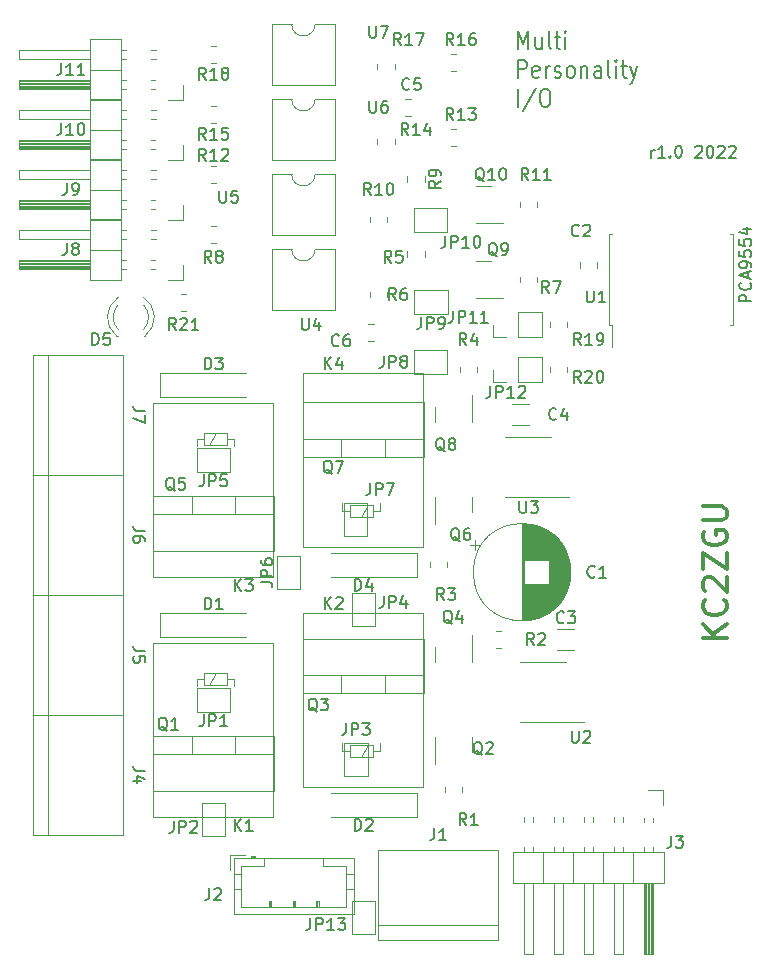
<source format=gbr>
%TF.GenerationSoftware,KiCad,Pcbnew,6.0.6*%
%TF.CreationDate,2022-09-05T11:32:39-04:00*%
%TF.ProjectId,mpio8,6d70696f-382e-46b6-9963-61645f706362,rev?*%
%TF.SameCoordinates,Original*%
%TF.FileFunction,Legend,Top*%
%TF.FilePolarity,Positive*%
%FSLAX46Y46*%
G04 Gerber Fmt 4.6, Leading zero omitted, Abs format (unit mm)*
G04 Created by KiCad (PCBNEW 6.0.6) date 2022-09-05 11:32:39*
%MOMM*%
%LPD*%
G01*
G04 APERTURE LIST*
%ADD10C,0.150000*%
%ADD11C,0.304800*%
%ADD12C,0.120000*%
G04 APERTURE END LIST*
D10*
X138247380Y-81835238D02*
X137247380Y-81835238D01*
X137247380Y-81454285D01*
X137295000Y-81359047D01*
X137342619Y-81311428D01*
X137437857Y-81263809D01*
X137580714Y-81263809D01*
X137675952Y-81311428D01*
X137723571Y-81359047D01*
X137771190Y-81454285D01*
X137771190Y-81835238D01*
X138152142Y-80263809D02*
X138199761Y-80311428D01*
X138247380Y-80454285D01*
X138247380Y-80549523D01*
X138199761Y-80692380D01*
X138104523Y-80787619D01*
X138009285Y-80835238D01*
X137818809Y-80882857D01*
X137675952Y-80882857D01*
X137485476Y-80835238D01*
X137390238Y-80787619D01*
X137295000Y-80692380D01*
X137247380Y-80549523D01*
X137247380Y-80454285D01*
X137295000Y-80311428D01*
X137342619Y-80263809D01*
X137961666Y-79882857D02*
X137961666Y-79406666D01*
X138247380Y-79978095D02*
X137247380Y-79644761D01*
X138247380Y-79311428D01*
X138247380Y-78930476D02*
X138247380Y-78740000D01*
X138199761Y-78644761D01*
X138152142Y-78597142D01*
X138009285Y-78501904D01*
X137818809Y-78454285D01*
X137437857Y-78454285D01*
X137342619Y-78501904D01*
X137295000Y-78549523D01*
X137247380Y-78644761D01*
X137247380Y-78835238D01*
X137295000Y-78930476D01*
X137342619Y-78978095D01*
X137437857Y-79025714D01*
X137675952Y-79025714D01*
X137771190Y-78978095D01*
X137818809Y-78930476D01*
X137866428Y-78835238D01*
X137866428Y-78644761D01*
X137818809Y-78549523D01*
X137771190Y-78501904D01*
X137675952Y-78454285D01*
X137247380Y-77549523D02*
X137247380Y-78025714D01*
X137723571Y-78073333D01*
X137675952Y-78025714D01*
X137628333Y-77930476D01*
X137628333Y-77692380D01*
X137675952Y-77597142D01*
X137723571Y-77549523D01*
X137818809Y-77501904D01*
X138056904Y-77501904D01*
X138152142Y-77549523D01*
X138199761Y-77597142D01*
X138247380Y-77692380D01*
X138247380Y-77930476D01*
X138199761Y-78025714D01*
X138152142Y-78073333D01*
X137247380Y-76597142D02*
X137247380Y-77073333D01*
X137723571Y-77120952D01*
X137675952Y-77073333D01*
X137628333Y-76978095D01*
X137628333Y-76740000D01*
X137675952Y-76644761D01*
X137723571Y-76597142D01*
X137818809Y-76549523D01*
X138056904Y-76549523D01*
X138152142Y-76597142D01*
X138199761Y-76644761D01*
X138247380Y-76740000D01*
X138247380Y-76978095D01*
X138199761Y-77073333D01*
X138152142Y-77120952D01*
X137580714Y-75692380D02*
X138247380Y-75692380D01*
X137199761Y-75930476D02*
X137914047Y-76168571D01*
X137914047Y-75549523D01*
D11*
X136174238Y-110338809D02*
X134142238Y-110338809D01*
X136174238Y-109177666D02*
X135013095Y-110048523D01*
X134142238Y-109177666D02*
X135303380Y-110338809D01*
X135980714Y-107145666D02*
X136077476Y-107242428D01*
X136174238Y-107532714D01*
X136174238Y-107726238D01*
X136077476Y-108016523D01*
X135883952Y-108210047D01*
X135690428Y-108306809D01*
X135303380Y-108403571D01*
X135013095Y-108403571D01*
X134626047Y-108306809D01*
X134432523Y-108210047D01*
X134239000Y-108016523D01*
X134142238Y-107726238D01*
X134142238Y-107532714D01*
X134239000Y-107242428D01*
X134335761Y-107145666D01*
X134335761Y-106371571D02*
X134239000Y-106274809D01*
X134142238Y-106081285D01*
X134142238Y-105597476D01*
X134239000Y-105403952D01*
X134335761Y-105307190D01*
X134529285Y-105210428D01*
X134722809Y-105210428D01*
X135013095Y-105307190D01*
X136174238Y-106468333D01*
X136174238Y-105210428D01*
X134142238Y-104533095D02*
X134142238Y-103178428D01*
X136174238Y-104533095D01*
X136174238Y-103178428D01*
X134239000Y-101339952D02*
X134142238Y-101533476D01*
X134142238Y-101823761D01*
X134239000Y-102114047D01*
X134432523Y-102307571D01*
X134626047Y-102404333D01*
X135013095Y-102501095D01*
X135303380Y-102501095D01*
X135690428Y-102404333D01*
X135883952Y-102307571D01*
X136077476Y-102114047D01*
X136174238Y-101823761D01*
X136174238Y-101630238D01*
X136077476Y-101339952D01*
X135980714Y-101243190D01*
X135303380Y-101243190D01*
X135303380Y-101630238D01*
X134142238Y-100372333D02*
X135787190Y-100372333D01*
X135980714Y-100275571D01*
X136077476Y-100178809D01*
X136174238Y-99985285D01*
X136174238Y-99598238D01*
X136077476Y-99404714D01*
X135980714Y-99307952D01*
X135787190Y-99211190D01*
X134142238Y-99211190D01*
D10*
X129802380Y-69667380D02*
X129802380Y-69000714D01*
X129802380Y-69191190D02*
X129850000Y-69095952D01*
X129897619Y-69048333D01*
X129992857Y-69000714D01*
X130088095Y-69000714D01*
X130945238Y-69667380D02*
X130373809Y-69667380D01*
X130659523Y-69667380D02*
X130659523Y-68667380D01*
X130564285Y-68810238D01*
X130469047Y-68905476D01*
X130373809Y-68953095D01*
X131373809Y-69572142D02*
X131421428Y-69619761D01*
X131373809Y-69667380D01*
X131326190Y-69619761D01*
X131373809Y-69572142D01*
X131373809Y-69667380D01*
X132040476Y-68667380D02*
X132135714Y-68667380D01*
X132230952Y-68715000D01*
X132278571Y-68762619D01*
X132326190Y-68857857D01*
X132373809Y-69048333D01*
X132373809Y-69286428D01*
X132326190Y-69476904D01*
X132278571Y-69572142D01*
X132230952Y-69619761D01*
X132135714Y-69667380D01*
X132040476Y-69667380D01*
X131945238Y-69619761D01*
X131897619Y-69572142D01*
X131850000Y-69476904D01*
X131802380Y-69286428D01*
X131802380Y-69048333D01*
X131850000Y-68857857D01*
X131897619Y-68762619D01*
X131945238Y-68715000D01*
X132040476Y-68667380D01*
X133516666Y-68762619D02*
X133564285Y-68715000D01*
X133659523Y-68667380D01*
X133897619Y-68667380D01*
X133992857Y-68715000D01*
X134040476Y-68762619D01*
X134088095Y-68857857D01*
X134088095Y-68953095D01*
X134040476Y-69095952D01*
X133469047Y-69667380D01*
X134088095Y-69667380D01*
X134707142Y-68667380D02*
X134802380Y-68667380D01*
X134897619Y-68715000D01*
X134945238Y-68762619D01*
X134992857Y-68857857D01*
X135040476Y-69048333D01*
X135040476Y-69286428D01*
X134992857Y-69476904D01*
X134945238Y-69572142D01*
X134897619Y-69619761D01*
X134802380Y-69667380D01*
X134707142Y-69667380D01*
X134611904Y-69619761D01*
X134564285Y-69572142D01*
X134516666Y-69476904D01*
X134469047Y-69286428D01*
X134469047Y-69048333D01*
X134516666Y-68857857D01*
X134564285Y-68762619D01*
X134611904Y-68715000D01*
X134707142Y-68667380D01*
X135421428Y-68762619D02*
X135469047Y-68715000D01*
X135564285Y-68667380D01*
X135802380Y-68667380D01*
X135897619Y-68715000D01*
X135945238Y-68762619D01*
X135992857Y-68857857D01*
X135992857Y-68953095D01*
X135945238Y-69095952D01*
X135373809Y-69667380D01*
X135992857Y-69667380D01*
X136373809Y-68762619D02*
X136421428Y-68715000D01*
X136516666Y-68667380D01*
X136754761Y-68667380D01*
X136850000Y-68715000D01*
X136897619Y-68762619D01*
X136945238Y-68857857D01*
X136945238Y-68953095D01*
X136897619Y-69095952D01*
X136326190Y-69667380D01*
X136945238Y-69667380D01*
X118509880Y-60465788D02*
X118509880Y-58941788D01*
X118933214Y-60030360D01*
X119356547Y-58941788D01*
X119356547Y-60465788D01*
X120505595Y-59449788D02*
X120505595Y-60465788D01*
X119961309Y-59449788D02*
X119961309Y-60248074D01*
X120021785Y-60393217D01*
X120142738Y-60465788D01*
X120324166Y-60465788D01*
X120445119Y-60393217D01*
X120505595Y-60320645D01*
X121291785Y-60465788D02*
X121170833Y-60393217D01*
X121110357Y-60248074D01*
X121110357Y-58941788D01*
X121594166Y-59449788D02*
X122077976Y-59449788D01*
X121775595Y-58941788D02*
X121775595Y-60248074D01*
X121836071Y-60393217D01*
X121957023Y-60465788D01*
X122077976Y-60465788D01*
X122501309Y-60465788D02*
X122501309Y-59449788D01*
X122501309Y-58941788D02*
X122440833Y-59014360D01*
X122501309Y-59086931D01*
X122561785Y-59014360D01*
X122501309Y-58941788D01*
X122501309Y-59086931D01*
X118509880Y-62919428D02*
X118509880Y-61395428D01*
X118993690Y-61395428D01*
X119114642Y-61468000D01*
X119175119Y-61540571D01*
X119235595Y-61685714D01*
X119235595Y-61903428D01*
X119175119Y-62048571D01*
X119114642Y-62121142D01*
X118993690Y-62193714D01*
X118509880Y-62193714D01*
X120263690Y-62846857D02*
X120142738Y-62919428D01*
X119900833Y-62919428D01*
X119779880Y-62846857D01*
X119719404Y-62701714D01*
X119719404Y-62121142D01*
X119779880Y-61976000D01*
X119900833Y-61903428D01*
X120142738Y-61903428D01*
X120263690Y-61976000D01*
X120324166Y-62121142D01*
X120324166Y-62266285D01*
X119719404Y-62411428D01*
X120868452Y-62919428D02*
X120868452Y-61903428D01*
X120868452Y-62193714D02*
X120928928Y-62048571D01*
X120989404Y-61976000D01*
X121110357Y-61903428D01*
X121231309Y-61903428D01*
X121594166Y-62846857D02*
X121715119Y-62919428D01*
X121957023Y-62919428D01*
X122077976Y-62846857D01*
X122138452Y-62701714D01*
X122138452Y-62629142D01*
X122077976Y-62484000D01*
X121957023Y-62411428D01*
X121775595Y-62411428D01*
X121654642Y-62338857D01*
X121594166Y-62193714D01*
X121594166Y-62121142D01*
X121654642Y-61976000D01*
X121775595Y-61903428D01*
X121957023Y-61903428D01*
X122077976Y-61976000D01*
X122864166Y-62919428D02*
X122743214Y-62846857D01*
X122682738Y-62774285D01*
X122622261Y-62629142D01*
X122622261Y-62193714D01*
X122682738Y-62048571D01*
X122743214Y-61976000D01*
X122864166Y-61903428D01*
X123045595Y-61903428D01*
X123166547Y-61976000D01*
X123227023Y-62048571D01*
X123287500Y-62193714D01*
X123287500Y-62629142D01*
X123227023Y-62774285D01*
X123166547Y-62846857D01*
X123045595Y-62919428D01*
X122864166Y-62919428D01*
X123831785Y-61903428D02*
X123831785Y-62919428D01*
X123831785Y-62048571D02*
X123892261Y-61976000D01*
X124013214Y-61903428D01*
X124194642Y-61903428D01*
X124315595Y-61976000D01*
X124376071Y-62121142D01*
X124376071Y-62919428D01*
X125525119Y-62919428D02*
X125525119Y-62121142D01*
X125464642Y-61976000D01*
X125343690Y-61903428D01*
X125101785Y-61903428D01*
X124980833Y-61976000D01*
X125525119Y-62846857D02*
X125404166Y-62919428D01*
X125101785Y-62919428D01*
X124980833Y-62846857D01*
X124920357Y-62701714D01*
X124920357Y-62556571D01*
X124980833Y-62411428D01*
X125101785Y-62338857D01*
X125404166Y-62338857D01*
X125525119Y-62266285D01*
X126311309Y-62919428D02*
X126190357Y-62846857D01*
X126129880Y-62701714D01*
X126129880Y-61395428D01*
X126795119Y-62919428D02*
X126795119Y-61903428D01*
X126795119Y-61395428D02*
X126734642Y-61468000D01*
X126795119Y-61540571D01*
X126855595Y-61468000D01*
X126795119Y-61395428D01*
X126795119Y-61540571D01*
X127218452Y-61903428D02*
X127702261Y-61903428D01*
X127399880Y-61395428D02*
X127399880Y-62701714D01*
X127460357Y-62846857D01*
X127581309Y-62919428D01*
X127702261Y-62919428D01*
X128004642Y-61903428D02*
X128307023Y-62919428D01*
X128609404Y-61903428D02*
X128307023Y-62919428D01*
X128186071Y-63282285D01*
X128125595Y-63354857D01*
X128004642Y-63427428D01*
X118509880Y-65373068D02*
X118509880Y-63849068D01*
X120021785Y-63776497D02*
X118933214Y-65735925D01*
X120687023Y-63849068D02*
X120928928Y-63849068D01*
X121049880Y-63921640D01*
X121170833Y-64066782D01*
X121231309Y-64357068D01*
X121231309Y-64865068D01*
X121170833Y-65155354D01*
X121049880Y-65300497D01*
X120928928Y-65373068D01*
X120687023Y-65373068D01*
X120566071Y-65300497D01*
X120445119Y-65155354D01*
X120384642Y-64865068D01*
X120384642Y-64357068D01*
X120445119Y-64066782D01*
X120566071Y-63921640D01*
X120687023Y-63849068D01*
%TO.C,D4*%
X104671904Y-106342380D02*
X104671904Y-105342380D01*
X104910000Y-105342380D01*
X105052857Y-105390000D01*
X105148095Y-105485238D01*
X105195714Y-105580476D01*
X105243333Y-105770952D01*
X105243333Y-105913809D01*
X105195714Y-106104285D01*
X105148095Y-106199523D01*
X105052857Y-106294761D01*
X104910000Y-106342380D01*
X104671904Y-106342380D01*
X106100476Y-105675714D02*
X106100476Y-106342380D01*
X105862380Y-105294761D02*
X105624285Y-106009047D01*
X106243333Y-106009047D01*
%TO.C,D3*%
X91971904Y-87602380D02*
X91971904Y-86602380D01*
X92210000Y-86602380D01*
X92352857Y-86650000D01*
X92448095Y-86745238D01*
X92495714Y-86840476D01*
X92543333Y-87030952D01*
X92543333Y-87173809D01*
X92495714Y-87364285D01*
X92448095Y-87459523D01*
X92352857Y-87554761D01*
X92210000Y-87602380D01*
X91971904Y-87602380D01*
X92876666Y-86602380D02*
X93495714Y-86602380D01*
X93162380Y-86983333D01*
X93305238Y-86983333D01*
X93400476Y-87030952D01*
X93448095Y-87078571D01*
X93495714Y-87173809D01*
X93495714Y-87411904D01*
X93448095Y-87507142D01*
X93400476Y-87554761D01*
X93305238Y-87602380D01*
X93019523Y-87602380D01*
X92924285Y-87554761D01*
X92876666Y-87507142D01*
%TO.C,D2*%
X104671904Y-126662380D02*
X104671904Y-125662380D01*
X104910000Y-125662380D01*
X105052857Y-125710000D01*
X105148095Y-125805238D01*
X105195714Y-125900476D01*
X105243333Y-126090952D01*
X105243333Y-126233809D01*
X105195714Y-126424285D01*
X105148095Y-126519523D01*
X105052857Y-126614761D01*
X104910000Y-126662380D01*
X104671904Y-126662380D01*
X105624285Y-125757619D02*
X105671904Y-125710000D01*
X105767142Y-125662380D01*
X106005238Y-125662380D01*
X106100476Y-125710000D01*
X106148095Y-125757619D01*
X106195714Y-125852857D01*
X106195714Y-125948095D01*
X106148095Y-126090952D01*
X105576666Y-126662380D01*
X106195714Y-126662380D01*
%TO.C,D1*%
X91971904Y-107922380D02*
X91971904Y-106922380D01*
X92210000Y-106922380D01*
X92352857Y-106970000D01*
X92448095Y-107065238D01*
X92495714Y-107160476D01*
X92543333Y-107350952D01*
X92543333Y-107493809D01*
X92495714Y-107684285D01*
X92448095Y-107779523D01*
X92352857Y-107874761D01*
X92210000Y-107922380D01*
X91971904Y-107922380D01*
X93495714Y-107922380D02*
X92924285Y-107922380D01*
X93210000Y-107922380D02*
X93210000Y-106922380D01*
X93114761Y-107065238D01*
X93019523Y-107160476D01*
X92924285Y-107208095D01*
%TO.C,C3*%
X122388333Y-108997142D02*
X122340714Y-109044761D01*
X122197857Y-109092380D01*
X122102619Y-109092380D01*
X121959761Y-109044761D01*
X121864523Y-108949523D01*
X121816904Y-108854285D01*
X121769285Y-108663809D01*
X121769285Y-108520952D01*
X121816904Y-108330476D01*
X121864523Y-108235238D01*
X121959761Y-108140000D01*
X122102619Y-108092380D01*
X122197857Y-108092380D01*
X122340714Y-108140000D01*
X122388333Y-108187619D01*
X122721666Y-108092380D02*
X123340714Y-108092380D01*
X123007380Y-108473333D01*
X123150238Y-108473333D01*
X123245476Y-108520952D01*
X123293095Y-108568571D01*
X123340714Y-108663809D01*
X123340714Y-108901904D01*
X123293095Y-108997142D01*
X123245476Y-109044761D01*
X123150238Y-109092380D01*
X122864523Y-109092380D01*
X122769285Y-109044761D01*
X122721666Y-108997142D01*
%TO.C,C6*%
X103338333Y-85547142D02*
X103290714Y-85594761D01*
X103147857Y-85642380D01*
X103052619Y-85642380D01*
X102909761Y-85594761D01*
X102814523Y-85499523D01*
X102766904Y-85404285D01*
X102719285Y-85213809D01*
X102719285Y-85070952D01*
X102766904Y-84880476D01*
X102814523Y-84785238D01*
X102909761Y-84690000D01*
X103052619Y-84642380D01*
X103147857Y-84642380D01*
X103290714Y-84690000D01*
X103338333Y-84737619D01*
X104195476Y-84642380D02*
X104005000Y-84642380D01*
X103909761Y-84690000D01*
X103862142Y-84737619D01*
X103766904Y-84880476D01*
X103719285Y-85070952D01*
X103719285Y-85451904D01*
X103766904Y-85547142D01*
X103814523Y-85594761D01*
X103909761Y-85642380D01*
X104100238Y-85642380D01*
X104195476Y-85594761D01*
X104243095Y-85547142D01*
X104290714Y-85451904D01*
X104290714Y-85213809D01*
X104243095Y-85118571D01*
X104195476Y-85070952D01*
X104100238Y-85023333D01*
X103909761Y-85023333D01*
X103814523Y-85070952D01*
X103766904Y-85118571D01*
X103719285Y-85213809D01*
%TO.C,C5*%
X109314585Y-63857142D02*
X109266966Y-63904761D01*
X109124109Y-63952380D01*
X109028871Y-63952380D01*
X108886013Y-63904761D01*
X108790775Y-63809523D01*
X108743156Y-63714285D01*
X108695537Y-63523809D01*
X108695537Y-63380952D01*
X108743156Y-63190476D01*
X108790775Y-63095238D01*
X108886013Y-63000000D01*
X109028871Y-62952380D01*
X109124109Y-62952380D01*
X109266966Y-63000000D01*
X109314585Y-63047619D01*
X110219347Y-62952380D02*
X109743156Y-62952380D01*
X109695537Y-63428571D01*
X109743156Y-63380952D01*
X109838394Y-63333333D01*
X110076490Y-63333333D01*
X110171728Y-63380952D01*
X110219347Y-63428571D01*
X110266966Y-63523809D01*
X110266966Y-63761904D01*
X110219347Y-63857142D01*
X110171728Y-63904761D01*
X110076490Y-63952380D01*
X109838394Y-63952380D01*
X109743156Y-63904761D01*
X109695537Y-63857142D01*
%TO.C,C4*%
X121753333Y-91797142D02*
X121705714Y-91844761D01*
X121562857Y-91892380D01*
X121467619Y-91892380D01*
X121324761Y-91844761D01*
X121229523Y-91749523D01*
X121181904Y-91654285D01*
X121134285Y-91463809D01*
X121134285Y-91320952D01*
X121181904Y-91130476D01*
X121229523Y-91035238D01*
X121324761Y-90940000D01*
X121467619Y-90892380D01*
X121562857Y-90892380D01*
X121705714Y-90940000D01*
X121753333Y-90987619D01*
X122610476Y-91225714D02*
X122610476Y-91892380D01*
X122372380Y-90844761D02*
X122134285Y-91559047D01*
X122753333Y-91559047D01*
%TO.C,R21*%
X89527142Y-84272380D02*
X89193809Y-83796190D01*
X88955714Y-84272380D02*
X88955714Y-83272380D01*
X89336666Y-83272380D01*
X89431904Y-83320000D01*
X89479523Y-83367619D01*
X89527142Y-83462857D01*
X89527142Y-83605714D01*
X89479523Y-83700952D01*
X89431904Y-83748571D01*
X89336666Y-83796190D01*
X88955714Y-83796190D01*
X89908095Y-83367619D02*
X89955714Y-83320000D01*
X90050952Y-83272380D01*
X90289047Y-83272380D01*
X90384285Y-83320000D01*
X90431904Y-83367619D01*
X90479523Y-83462857D01*
X90479523Y-83558095D01*
X90431904Y-83700952D01*
X89860476Y-84272380D01*
X90479523Y-84272380D01*
X91431904Y-84272380D02*
X90860476Y-84272380D01*
X91146190Y-84272380D02*
X91146190Y-83272380D01*
X91050952Y-83415238D01*
X90955714Y-83510476D01*
X90860476Y-83558095D01*
%TO.C,D5*%
X82446904Y-85542380D02*
X82446904Y-84542380D01*
X82685000Y-84542380D01*
X82827857Y-84590000D01*
X82923095Y-84685238D01*
X82970714Y-84780476D01*
X83018333Y-84970952D01*
X83018333Y-85113809D01*
X82970714Y-85304285D01*
X82923095Y-85399523D01*
X82827857Y-85494761D01*
X82685000Y-85542380D01*
X82446904Y-85542380D01*
X83923095Y-84542380D02*
X83446904Y-84542380D01*
X83399285Y-85018571D01*
X83446904Y-84970952D01*
X83542142Y-84923333D01*
X83780238Y-84923333D01*
X83875476Y-84970952D01*
X83923095Y-85018571D01*
X83970714Y-85113809D01*
X83970714Y-85351904D01*
X83923095Y-85447142D01*
X83875476Y-85494761D01*
X83780238Y-85542380D01*
X83542142Y-85542380D01*
X83446904Y-85494761D01*
X83399285Y-85447142D01*
%TO.C,JP13*%
X100925476Y-134072380D02*
X100925476Y-134786666D01*
X100877857Y-134929523D01*
X100782619Y-135024761D01*
X100639761Y-135072380D01*
X100544523Y-135072380D01*
X101401666Y-135072380D02*
X101401666Y-134072380D01*
X101782619Y-134072380D01*
X101877857Y-134120000D01*
X101925476Y-134167619D01*
X101973095Y-134262857D01*
X101973095Y-134405714D01*
X101925476Y-134500952D01*
X101877857Y-134548571D01*
X101782619Y-134596190D01*
X101401666Y-134596190D01*
X102925476Y-135072380D02*
X102354047Y-135072380D01*
X102639761Y-135072380D02*
X102639761Y-134072380D01*
X102544523Y-134215238D01*
X102449285Y-134310476D01*
X102354047Y-134358095D01*
X103258809Y-134072380D02*
X103877857Y-134072380D01*
X103544523Y-134453333D01*
X103687380Y-134453333D01*
X103782619Y-134500952D01*
X103830238Y-134548571D01*
X103877857Y-134643809D01*
X103877857Y-134881904D01*
X103830238Y-134977142D01*
X103782619Y-135024761D01*
X103687380Y-135072380D01*
X103401666Y-135072380D01*
X103306428Y-135024761D01*
X103258809Y-134977142D01*
%TO.C,R20*%
X123817142Y-88717380D02*
X123483809Y-88241190D01*
X123245714Y-88717380D02*
X123245714Y-87717380D01*
X123626666Y-87717380D01*
X123721904Y-87765000D01*
X123769523Y-87812619D01*
X123817142Y-87907857D01*
X123817142Y-88050714D01*
X123769523Y-88145952D01*
X123721904Y-88193571D01*
X123626666Y-88241190D01*
X123245714Y-88241190D01*
X124198095Y-87812619D02*
X124245714Y-87765000D01*
X124340952Y-87717380D01*
X124579047Y-87717380D01*
X124674285Y-87765000D01*
X124721904Y-87812619D01*
X124769523Y-87907857D01*
X124769523Y-88003095D01*
X124721904Y-88145952D01*
X124150476Y-88717380D01*
X124769523Y-88717380D01*
X125388571Y-87717380D02*
X125483809Y-87717380D01*
X125579047Y-87765000D01*
X125626666Y-87812619D01*
X125674285Y-87907857D01*
X125721904Y-88098333D01*
X125721904Y-88336428D01*
X125674285Y-88526904D01*
X125626666Y-88622142D01*
X125579047Y-88669761D01*
X125483809Y-88717380D01*
X125388571Y-88717380D01*
X125293333Y-88669761D01*
X125245714Y-88622142D01*
X125198095Y-88526904D01*
X125150476Y-88336428D01*
X125150476Y-88098333D01*
X125198095Y-87907857D01*
X125245714Y-87812619D01*
X125293333Y-87765000D01*
X125388571Y-87717380D01*
%TO.C,R19*%
X123817142Y-85542380D02*
X123483809Y-85066190D01*
X123245714Y-85542380D02*
X123245714Y-84542380D01*
X123626666Y-84542380D01*
X123721904Y-84590000D01*
X123769523Y-84637619D01*
X123817142Y-84732857D01*
X123817142Y-84875714D01*
X123769523Y-84970952D01*
X123721904Y-85018571D01*
X123626666Y-85066190D01*
X123245714Y-85066190D01*
X124769523Y-85542380D02*
X124198095Y-85542380D01*
X124483809Y-85542380D02*
X124483809Y-84542380D01*
X124388571Y-84685238D01*
X124293333Y-84780476D01*
X124198095Y-84828095D01*
X125245714Y-85542380D02*
X125436190Y-85542380D01*
X125531428Y-85494761D01*
X125579047Y-85447142D01*
X125674285Y-85304285D01*
X125721904Y-85113809D01*
X125721904Y-84732857D01*
X125674285Y-84637619D01*
X125626666Y-84590000D01*
X125531428Y-84542380D01*
X125340952Y-84542380D01*
X125245714Y-84590000D01*
X125198095Y-84637619D01*
X125150476Y-84732857D01*
X125150476Y-84970952D01*
X125198095Y-85066190D01*
X125245714Y-85113809D01*
X125340952Y-85161428D01*
X125531428Y-85161428D01*
X125626666Y-85113809D01*
X125674285Y-85066190D01*
X125721904Y-84970952D01*
%TO.C,JP12*%
X116165476Y-88987380D02*
X116165476Y-89701666D01*
X116117857Y-89844523D01*
X116022619Y-89939761D01*
X115879761Y-89987380D01*
X115784523Y-89987380D01*
X116641666Y-89987380D02*
X116641666Y-88987380D01*
X117022619Y-88987380D01*
X117117857Y-89035000D01*
X117165476Y-89082619D01*
X117213095Y-89177857D01*
X117213095Y-89320714D01*
X117165476Y-89415952D01*
X117117857Y-89463571D01*
X117022619Y-89511190D01*
X116641666Y-89511190D01*
X118165476Y-89987380D02*
X117594047Y-89987380D01*
X117879761Y-89987380D02*
X117879761Y-88987380D01*
X117784523Y-89130238D01*
X117689285Y-89225476D01*
X117594047Y-89273095D01*
X118546428Y-89082619D02*
X118594047Y-89035000D01*
X118689285Y-88987380D01*
X118927380Y-88987380D01*
X119022619Y-89035000D01*
X119070238Y-89082619D01*
X119117857Y-89177857D01*
X119117857Y-89273095D01*
X119070238Y-89415952D01*
X118498809Y-89987380D01*
X119117857Y-89987380D01*
%TO.C,JP11*%
X112990476Y-82637380D02*
X112990476Y-83351666D01*
X112942857Y-83494523D01*
X112847619Y-83589761D01*
X112704761Y-83637380D01*
X112609523Y-83637380D01*
X113466666Y-83637380D02*
X113466666Y-82637380D01*
X113847619Y-82637380D01*
X113942857Y-82685000D01*
X113990476Y-82732619D01*
X114038095Y-82827857D01*
X114038095Y-82970714D01*
X113990476Y-83065952D01*
X113942857Y-83113571D01*
X113847619Y-83161190D01*
X113466666Y-83161190D01*
X114990476Y-83637380D02*
X114419047Y-83637380D01*
X114704761Y-83637380D02*
X114704761Y-82637380D01*
X114609523Y-82780238D01*
X114514285Y-82875476D01*
X114419047Y-82923095D01*
X115942857Y-83637380D02*
X115371428Y-83637380D01*
X115657142Y-83637380D02*
X115657142Y-82637380D01*
X115561904Y-82780238D01*
X115466666Y-82875476D01*
X115371428Y-82923095D01*
%TO.C,C1*%
X125005682Y-105132142D02*
X124958063Y-105179761D01*
X124815206Y-105227380D01*
X124719968Y-105227380D01*
X124577110Y-105179761D01*
X124481872Y-105084523D01*
X124434253Y-104989285D01*
X124386634Y-104798809D01*
X124386634Y-104655952D01*
X124434253Y-104465476D01*
X124481872Y-104370238D01*
X124577110Y-104275000D01*
X124719968Y-104227380D01*
X124815206Y-104227380D01*
X124958063Y-104275000D01*
X125005682Y-104322619D01*
X125958063Y-105227380D02*
X125386634Y-105227380D01*
X125672349Y-105227380D02*
X125672349Y-104227380D01*
X125577110Y-104370238D01*
X125481872Y-104465476D01*
X125386634Y-104513095D01*
%TO.C,J3*%
X131476666Y-127087380D02*
X131476666Y-127801666D01*
X131429047Y-127944523D01*
X131333809Y-128039761D01*
X131190952Y-128087380D01*
X131095714Y-128087380D01*
X131857619Y-127087380D02*
X132476666Y-127087380D01*
X132143333Y-127468333D01*
X132286190Y-127468333D01*
X132381428Y-127515952D01*
X132429047Y-127563571D01*
X132476666Y-127658809D01*
X132476666Y-127896904D01*
X132429047Y-127992142D01*
X132381428Y-128039761D01*
X132286190Y-128087380D01*
X132000476Y-128087380D01*
X131905238Y-128039761D01*
X131857619Y-127992142D01*
%TO.C,C2*%
X123658333Y-76242142D02*
X123610714Y-76289761D01*
X123467857Y-76337380D01*
X123372619Y-76337380D01*
X123229761Y-76289761D01*
X123134523Y-76194523D01*
X123086904Y-76099285D01*
X123039285Y-75908809D01*
X123039285Y-75765952D01*
X123086904Y-75575476D01*
X123134523Y-75480238D01*
X123229761Y-75385000D01*
X123372619Y-75337380D01*
X123467857Y-75337380D01*
X123610714Y-75385000D01*
X123658333Y-75432619D01*
X124039285Y-75432619D02*
X124086904Y-75385000D01*
X124182142Y-75337380D01*
X124420238Y-75337380D01*
X124515476Y-75385000D01*
X124563095Y-75432619D01*
X124610714Y-75527857D01*
X124610714Y-75623095D01*
X124563095Y-75765952D01*
X123991666Y-76337380D01*
X124610714Y-76337380D01*
%TO.C,U1*%
X124333095Y-80937380D02*
X124333095Y-81746904D01*
X124380714Y-81842142D01*
X124428333Y-81889761D01*
X124523571Y-81937380D01*
X124714047Y-81937380D01*
X124809285Y-81889761D01*
X124856904Y-81842142D01*
X124904523Y-81746904D01*
X124904523Y-80937380D01*
X125904523Y-81937380D02*
X125333095Y-81937380D01*
X125618809Y-81937380D02*
X125618809Y-80937380D01*
X125523571Y-81080238D01*
X125428333Y-81175476D01*
X125333095Y-81223095D01*
%TO.C,R12*%
X92067142Y-69922380D02*
X91733809Y-69446190D01*
X91495714Y-69922380D02*
X91495714Y-68922380D01*
X91876666Y-68922380D01*
X91971904Y-68970000D01*
X92019523Y-69017619D01*
X92067142Y-69112857D01*
X92067142Y-69255714D01*
X92019523Y-69350952D01*
X91971904Y-69398571D01*
X91876666Y-69446190D01*
X91495714Y-69446190D01*
X93019523Y-69922380D02*
X92448095Y-69922380D01*
X92733809Y-69922380D02*
X92733809Y-68922380D01*
X92638571Y-69065238D01*
X92543333Y-69160476D01*
X92448095Y-69208095D01*
X93400476Y-69017619D02*
X93448095Y-68970000D01*
X93543333Y-68922380D01*
X93781428Y-68922380D01*
X93876666Y-68970000D01*
X93924285Y-69017619D01*
X93971904Y-69112857D01*
X93971904Y-69208095D01*
X93924285Y-69350952D01*
X93352857Y-69922380D01*
X93971904Y-69922380D01*
%TO.C,J11*%
X79835476Y-61682380D02*
X79835476Y-62396666D01*
X79787857Y-62539523D01*
X79692619Y-62634761D01*
X79549761Y-62682380D01*
X79454523Y-62682380D01*
X80835476Y-62682380D02*
X80264047Y-62682380D01*
X80549761Y-62682380D02*
X80549761Y-61682380D01*
X80454523Y-61825238D01*
X80359285Y-61920476D01*
X80264047Y-61968095D01*
X81787857Y-62682380D02*
X81216428Y-62682380D01*
X81502142Y-62682380D02*
X81502142Y-61682380D01*
X81406904Y-61825238D01*
X81311666Y-61920476D01*
X81216428Y-61968095D01*
%TO.C,R18*%
X92067142Y-63062380D02*
X91733809Y-62586190D01*
X91495714Y-63062380D02*
X91495714Y-62062380D01*
X91876666Y-62062380D01*
X91971904Y-62110000D01*
X92019523Y-62157619D01*
X92067142Y-62252857D01*
X92067142Y-62395714D01*
X92019523Y-62490952D01*
X91971904Y-62538571D01*
X91876666Y-62586190D01*
X91495714Y-62586190D01*
X93019523Y-63062380D02*
X92448095Y-63062380D01*
X92733809Y-63062380D02*
X92733809Y-62062380D01*
X92638571Y-62205238D01*
X92543333Y-62300476D01*
X92448095Y-62348095D01*
X93590952Y-62490952D02*
X93495714Y-62443333D01*
X93448095Y-62395714D01*
X93400476Y-62300476D01*
X93400476Y-62252857D01*
X93448095Y-62157619D01*
X93495714Y-62110000D01*
X93590952Y-62062380D01*
X93781428Y-62062380D01*
X93876666Y-62110000D01*
X93924285Y-62157619D01*
X93971904Y-62252857D01*
X93971904Y-62300476D01*
X93924285Y-62395714D01*
X93876666Y-62443333D01*
X93781428Y-62490952D01*
X93590952Y-62490952D01*
X93495714Y-62538571D01*
X93448095Y-62586190D01*
X93400476Y-62681428D01*
X93400476Y-62871904D01*
X93448095Y-62967142D01*
X93495714Y-63014761D01*
X93590952Y-63062380D01*
X93781428Y-63062380D01*
X93876666Y-63014761D01*
X93924285Y-62967142D01*
X93971904Y-62871904D01*
X93971904Y-62681428D01*
X93924285Y-62586190D01*
X93876666Y-62538571D01*
X93781428Y-62490952D01*
%TO.C,J9*%
X80311666Y-71842380D02*
X80311666Y-72556666D01*
X80264047Y-72699523D01*
X80168809Y-72794761D01*
X80025952Y-72842380D01*
X79930714Y-72842380D01*
X80835476Y-72842380D02*
X81025952Y-72842380D01*
X81121190Y-72794761D01*
X81168809Y-72747142D01*
X81264047Y-72604285D01*
X81311666Y-72413809D01*
X81311666Y-72032857D01*
X81264047Y-71937619D01*
X81216428Y-71890000D01*
X81121190Y-71842380D01*
X80930714Y-71842380D01*
X80835476Y-71890000D01*
X80787857Y-71937619D01*
X80740238Y-72032857D01*
X80740238Y-72270952D01*
X80787857Y-72366190D01*
X80835476Y-72413809D01*
X80930714Y-72461428D01*
X81121190Y-72461428D01*
X81216428Y-72413809D01*
X81264047Y-72366190D01*
X81311666Y-72270952D01*
%TO.C,J5*%
X86907619Y-111426666D02*
X86193333Y-111426666D01*
X86050476Y-111379047D01*
X85955238Y-111283809D01*
X85907619Y-111140952D01*
X85907619Y-111045714D01*
X86907619Y-112379047D02*
X86907619Y-111902857D01*
X86431428Y-111855238D01*
X86479047Y-111902857D01*
X86526666Y-111998095D01*
X86526666Y-112236190D01*
X86479047Y-112331428D01*
X86431428Y-112379047D01*
X86336190Y-112426666D01*
X86098095Y-112426666D01*
X86002857Y-112379047D01*
X85955238Y-112331428D01*
X85907619Y-112236190D01*
X85907619Y-111998095D01*
X85955238Y-111902857D01*
X86002857Y-111855238D01*
%TO.C,K2*%
X102131904Y-107894380D02*
X102131904Y-106894380D01*
X102703333Y-107894380D02*
X102274761Y-107322952D01*
X102703333Y-106894380D02*
X102131904Y-107465809D01*
X103084285Y-106989619D02*
X103131904Y-106942000D01*
X103227142Y-106894380D01*
X103465238Y-106894380D01*
X103560476Y-106942000D01*
X103608095Y-106989619D01*
X103655714Y-107084857D01*
X103655714Y-107180095D01*
X103608095Y-107322952D01*
X103036666Y-107894380D01*
X103655714Y-107894380D01*
%TO.C,R15*%
X92067142Y-68142380D02*
X91733809Y-67666190D01*
X91495714Y-68142380D02*
X91495714Y-67142380D01*
X91876666Y-67142380D01*
X91971904Y-67190000D01*
X92019523Y-67237619D01*
X92067142Y-67332857D01*
X92067142Y-67475714D01*
X92019523Y-67570952D01*
X91971904Y-67618571D01*
X91876666Y-67666190D01*
X91495714Y-67666190D01*
X93019523Y-68142380D02*
X92448095Y-68142380D01*
X92733809Y-68142380D02*
X92733809Y-67142380D01*
X92638571Y-67285238D01*
X92543333Y-67380476D01*
X92448095Y-67428095D01*
X93924285Y-67142380D02*
X93448095Y-67142380D01*
X93400476Y-67618571D01*
X93448095Y-67570952D01*
X93543333Y-67523333D01*
X93781428Y-67523333D01*
X93876666Y-67570952D01*
X93924285Y-67618571D01*
X93971904Y-67713809D01*
X93971904Y-67951904D01*
X93924285Y-68047142D01*
X93876666Y-68094761D01*
X93781428Y-68142380D01*
X93543333Y-68142380D01*
X93448095Y-68094761D01*
X93400476Y-68047142D01*
%TO.C,JP6*%
X96712380Y-105608333D02*
X97426666Y-105608333D01*
X97569523Y-105655952D01*
X97664761Y-105751190D01*
X97712380Y-105894047D01*
X97712380Y-105989285D01*
X97712380Y-105132142D02*
X96712380Y-105132142D01*
X96712380Y-104751190D01*
X96760000Y-104655952D01*
X96807619Y-104608333D01*
X96902857Y-104560714D01*
X97045714Y-104560714D01*
X97140952Y-104608333D01*
X97188571Y-104655952D01*
X97236190Y-104751190D01*
X97236190Y-105132142D01*
X96712380Y-103703571D02*
X96712380Y-103894047D01*
X96760000Y-103989285D01*
X96807619Y-104036904D01*
X96950476Y-104132142D01*
X97140952Y-104179761D01*
X97521904Y-104179761D01*
X97617142Y-104132142D01*
X97664761Y-104084523D01*
X97712380Y-103989285D01*
X97712380Y-103798809D01*
X97664761Y-103703571D01*
X97617142Y-103655952D01*
X97521904Y-103608333D01*
X97283809Y-103608333D01*
X97188571Y-103655952D01*
X97140952Y-103703571D01*
X97093333Y-103798809D01*
X97093333Y-103989285D01*
X97140952Y-104084523D01*
X97188571Y-104132142D01*
X97283809Y-104179761D01*
%TO.C,U5*%
X93218095Y-72477380D02*
X93218095Y-73286904D01*
X93265714Y-73382142D01*
X93313333Y-73429761D01*
X93408571Y-73477380D01*
X93599047Y-73477380D01*
X93694285Y-73429761D01*
X93741904Y-73382142D01*
X93789523Y-73286904D01*
X93789523Y-72477380D01*
X94741904Y-72477380D02*
X94265714Y-72477380D01*
X94218095Y-72953571D01*
X94265714Y-72905952D01*
X94360952Y-72858333D01*
X94599047Y-72858333D01*
X94694285Y-72905952D01*
X94741904Y-72953571D01*
X94789523Y-73048809D01*
X94789523Y-73286904D01*
X94741904Y-73382142D01*
X94694285Y-73429761D01*
X94599047Y-73477380D01*
X94360952Y-73477380D01*
X94265714Y-73429761D01*
X94218095Y-73382142D01*
%TO.C,Q8*%
X112299761Y-94527619D02*
X112204523Y-94480000D01*
X112109285Y-94384761D01*
X111966428Y-94241904D01*
X111871190Y-94194285D01*
X111775952Y-94194285D01*
X111823571Y-94432380D02*
X111728333Y-94384761D01*
X111633095Y-94289523D01*
X111585476Y-94099047D01*
X111585476Y-93765714D01*
X111633095Y-93575238D01*
X111728333Y-93480000D01*
X111823571Y-93432380D01*
X112014047Y-93432380D01*
X112109285Y-93480000D01*
X112204523Y-93575238D01*
X112252142Y-93765714D01*
X112252142Y-94099047D01*
X112204523Y-94289523D01*
X112109285Y-94384761D01*
X112014047Y-94432380D01*
X111823571Y-94432380D01*
X112823571Y-93860952D02*
X112728333Y-93813333D01*
X112680714Y-93765714D01*
X112633095Y-93670476D01*
X112633095Y-93622857D01*
X112680714Y-93527619D01*
X112728333Y-93480000D01*
X112823571Y-93432380D01*
X113014047Y-93432380D01*
X113109285Y-93480000D01*
X113156904Y-93527619D01*
X113204523Y-93622857D01*
X113204523Y-93670476D01*
X113156904Y-93765714D01*
X113109285Y-93813333D01*
X113014047Y-93860952D01*
X112823571Y-93860952D01*
X112728333Y-93908571D01*
X112680714Y-93956190D01*
X112633095Y-94051428D01*
X112633095Y-94241904D01*
X112680714Y-94337142D01*
X112728333Y-94384761D01*
X112823571Y-94432380D01*
X113014047Y-94432380D01*
X113109285Y-94384761D01*
X113156904Y-94337142D01*
X113204523Y-94241904D01*
X113204523Y-94051428D01*
X113156904Y-93956190D01*
X113109285Y-93908571D01*
X113014047Y-93860952D01*
%TO.C,U3*%
X118618095Y-98737380D02*
X118618095Y-99546904D01*
X118665714Y-99642142D01*
X118713333Y-99689761D01*
X118808571Y-99737380D01*
X118999047Y-99737380D01*
X119094285Y-99689761D01*
X119141904Y-99642142D01*
X119189523Y-99546904D01*
X119189523Y-98737380D01*
X119570476Y-98737380D02*
X120189523Y-98737380D01*
X119856190Y-99118333D01*
X119999047Y-99118333D01*
X120094285Y-99165952D01*
X120141904Y-99213571D01*
X120189523Y-99308809D01*
X120189523Y-99546904D01*
X120141904Y-99642142D01*
X120094285Y-99689761D01*
X119999047Y-99737380D01*
X119713333Y-99737380D01*
X119618095Y-99689761D01*
X119570476Y-99642142D01*
%TO.C,Q5*%
X89439761Y-97877619D02*
X89344523Y-97830000D01*
X89249285Y-97734761D01*
X89106428Y-97591904D01*
X89011190Y-97544285D01*
X88915952Y-97544285D01*
X88963571Y-97782380D02*
X88868333Y-97734761D01*
X88773095Y-97639523D01*
X88725476Y-97449047D01*
X88725476Y-97115714D01*
X88773095Y-96925238D01*
X88868333Y-96830000D01*
X88963571Y-96782380D01*
X89154047Y-96782380D01*
X89249285Y-96830000D01*
X89344523Y-96925238D01*
X89392142Y-97115714D01*
X89392142Y-97449047D01*
X89344523Y-97639523D01*
X89249285Y-97734761D01*
X89154047Y-97782380D01*
X88963571Y-97782380D01*
X90296904Y-96782380D02*
X89820714Y-96782380D01*
X89773095Y-97258571D01*
X89820714Y-97210952D01*
X89915952Y-97163333D01*
X90154047Y-97163333D01*
X90249285Y-97210952D01*
X90296904Y-97258571D01*
X90344523Y-97353809D01*
X90344523Y-97591904D01*
X90296904Y-97687142D01*
X90249285Y-97734761D01*
X90154047Y-97782380D01*
X89915952Y-97782380D01*
X89820714Y-97734761D01*
X89773095Y-97687142D01*
%TO.C,R5*%
X107783333Y-78557380D02*
X107450000Y-78081190D01*
X107211904Y-78557380D02*
X107211904Y-77557380D01*
X107592857Y-77557380D01*
X107688095Y-77605000D01*
X107735714Y-77652619D01*
X107783333Y-77747857D01*
X107783333Y-77890714D01*
X107735714Y-77985952D01*
X107688095Y-78033571D01*
X107592857Y-78081190D01*
X107211904Y-78081190D01*
X108688095Y-77557380D02*
X108211904Y-77557380D01*
X108164285Y-78033571D01*
X108211904Y-77985952D01*
X108307142Y-77938333D01*
X108545238Y-77938333D01*
X108640476Y-77985952D01*
X108688095Y-78033571D01*
X108735714Y-78128809D01*
X108735714Y-78366904D01*
X108688095Y-78462142D01*
X108640476Y-78509761D01*
X108545238Y-78557380D01*
X108307142Y-78557380D01*
X108211904Y-78509761D01*
X108164285Y-78462142D01*
%TO.C,Q9*%
X116744761Y-78017619D02*
X116649523Y-77970000D01*
X116554285Y-77874761D01*
X116411428Y-77731904D01*
X116316190Y-77684285D01*
X116220952Y-77684285D01*
X116268571Y-77922380D02*
X116173333Y-77874761D01*
X116078095Y-77779523D01*
X116030476Y-77589047D01*
X116030476Y-77255714D01*
X116078095Y-77065238D01*
X116173333Y-76970000D01*
X116268571Y-76922380D01*
X116459047Y-76922380D01*
X116554285Y-76970000D01*
X116649523Y-77065238D01*
X116697142Y-77255714D01*
X116697142Y-77589047D01*
X116649523Y-77779523D01*
X116554285Y-77874761D01*
X116459047Y-77922380D01*
X116268571Y-77922380D01*
X117173333Y-77922380D02*
X117363809Y-77922380D01*
X117459047Y-77874761D01*
X117506666Y-77827142D01*
X117601904Y-77684285D01*
X117649523Y-77493809D01*
X117649523Y-77112857D01*
X117601904Y-77017619D01*
X117554285Y-76970000D01*
X117459047Y-76922380D01*
X117268571Y-76922380D01*
X117173333Y-76970000D01*
X117125714Y-77017619D01*
X117078095Y-77112857D01*
X117078095Y-77350952D01*
X117125714Y-77446190D01*
X117173333Y-77493809D01*
X117268571Y-77541428D01*
X117459047Y-77541428D01*
X117554285Y-77493809D01*
X117601904Y-77446190D01*
X117649523Y-77350952D01*
%TO.C,R1*%
X114133333Y-126182380D02*
X113800000Y-125706190D01*
X113561904Y-126182380D02*
X113561904Y-125182380D01*
X113942857Y-125182380D01*
X114038095Y-125230000D01*
X114085714Y-125277619D01*
X114133333Y-125372857D01*
X114133333Y-125515714D01*
X114085714Y-125610952D01*
X114038095Y-125658571D01*
X113942857Y-125706190D01*
X113561904Y-125706190D01*
X115085714Y-126182380D02*
X114514285Y-126182380D01*
X114800000Y-126182380D02*
X114800000Y-125182380D01*
X114704761Y-125325238D01*
X114609523Y-125420476D01*
X114514285Y-125468095D01*
%TO.C,U7*%
X105918095Y-58507380D02*
X105918095Y-59316904D01*
X105965714Y-59412142D01*
X106013333Y-59459761D01*
X106108571Y-59507380D01*
X106299047Y-59507380D01*
X106394285Y-59459761D01*
X106441904Y-59412142D01*
X106489523Y-59316904D01*
X106489523Y-58507380D01*
X106870476Y-58507380D02*
X107537142Y-58507380D01*
X107108571Y-59507380D01*
%TO.C,Q4*%
X112934761Y-109132619D02*
X112839523Y-109085000D01*
X112744285Y-108989761D01*
X112601428Y-108846904D01*
X112506190Y-108799285D01*
X112410952Y-108799285D01*
X112458571Y-109037380D02*
X112363333Y-108989761D01*
X112268095Y-108894523D01*
X112220476Y-108704047D01*
X112220476Y-108370714D01*
X112268095Y-108180238D01*
X112363333Y-108085000D01*
X112458571Y-108037380D01*
X112649047Y-108037380D01*
X112744285Y-108085000D01*
X112839523Y-108180238D01*
X112887142Y-108370714D01*
X112887142Y-108704047D01*
X112839523Y-108894523D01*
X112744285Y-108989761D01*
X112649047Y-109037380D01*
X112458571Y-109037380D01*
X113744285Y-108370714D02*
X113744285Y-109037380D01*
X113506190Y-107989761D02*
X113268095Y-108704047D01*
X113887142Y-108704047D01*
%TO.C,R11*%
X119372142Y-71572380D02*
X119038809Y-71096190D01*
X118800714Y-71572380D02*
X118800714Y-70572380D01*
X119181666Y-70572380D01*
X119276904Y-70620000D01*
X119324523Y-70667619D01*
X119372142Y-70762857D01*
X119372142Y-70905714D01*
X119324523Y-71000952D01*
X119276904Y-71048571D01*
X119181666Y-71096190D01*
X118800714Y-71096190D01*
X120324523Y-71572380D02*
X119753095Y-71572380D01*
X120038809Y-71572380D02*
X120038809Y-70572380D01*
X119943571Y-70715238D01*
X119848333Y-70810476D01*
X119753095Y-70858095D01*
X121276904Y-71572380D02*
X120705476Y-71572380D01*
X120991190Y-71572380D02*
X120991190Y-70572380D01*
X120895952Y-70715238D01*
X120800714Y-70810476D01*
X120705476Y-70858095D01*
%TO.C,Q1*%
X88804761Y-118197619D02*
X88709523Y-118150000D01*
X88614285Y-118054761D01*
X88471428Y-117911904D01*
X88376190Y-117864285D01*
X88280952Y-117864285D01*
X88328571Y-118102380D02*
X88233333Y-118054761D01*
X88138095Y-117959523D01*
X88090476Y-117769047D01*
X88090476Y-117435714D01*
X88138095Y-117245238D01*
X88233333Y-117150000D01*
X88328571Y-117102380D01*
X88519047Y-117102380D01*
X88614285Y-117150000D01*
X88709523Y-117245238D01*
X88757142Y-117435714D01*
X88757142Y-117769047D01*
X88709523Y-117959523D01*
X88614285Y-118054761D01*
X88519047Y-118102380D01*
X88328571Y-118102380D01*
X89709523Y-118102380D02*
X89138095Y-118102380D01*
X89423809Y-118102380D02*
X89423809Y-117102380D01*
X89328571Y-117245238D01*
X89233333Y-117340476D01*
X89138095Y-117388095D01*
%TO.C,JP9*%
X110306666Y-83167380D02*
X110306666Y-83881666D01*
X110259047Y-84024523D01*
X110163809Y-84119761D01*
X110020952Y-84167380D01*
X109925714Y-84167380D01*
X110782857Y-84167380D02*
X110782857Y-83167380D01*
X111163809Y-83167380D01*
X111259047Y-83215000D01*
X111306666Y-83262619D01*
X111354285Y-83357857D01*
X111354285Y-83500714D01*
X111306666Y-83595952D01*
X111259047Y-83643571D01*
X111163809Y-83691190D01*
X110782857Y-83691190D01*
X111830476Y-84167380D02*
X112020952Y-84167380D01*
X112116190Y-84119761D01*
X112163809Y-84072142D01*
X112259047Y-83929285D01*
X112306666Y-83738809D01*
X112306666Y-83357857D01*
X112259047Y-83262619D01*
X112211428Y-83215000D01*
X112116190Y-83167380D01*
X111925714Y-83167380D01*
X111830476Y-83215000D01*
X111782857Y-83262619D01*
X111735238Y-83357857D01*
X111735238Y-83595952D01*
X111782857Y-83691190D01*
X111830476Y-83738809D01*
X111925714Y-83786428D01*
X112116190Y-83786428D01*
X112211428Y-83738809D01*
X112259047Y-83691190D01*
X112306666Y-83595952D01*
%TO.C,R16*%
X113022142Y-60142380D02*
X112688809Y-59666190D01*
X112450714Y-60142380D02*
X112450714Y-59142380D01*
X112831666Y-59142380D01*
X112926904Y-59190000D01*
X112974523Y-59237619D01*
X113022142Y-59332857D01*
X113022142Y-59475714D01*
X112974523Y-59570952D01*
X112926904Y-59618571D01*
X112831666Y-59666190D01*
X112450714Y-59666190D01*
X113974523Y-60142380D02*
X113403095Y-60142380D01*
X113688809Y-60142380D02*
X113688809Y-59142380D01*
X113593571Y-59285238D01*
X113498333Y-59380476D01*
X113403095Y-59428095D01*
X114831666Y-59142380D02*
X114641190Y-59142380D01*
X114545952Y-59190000D01*
X114498333Y-59237619D01*
X114403095Y-59380476D01*
X114355476Y-59570952D01*
X114355476Y-59951904D01*
X114403095Y-60047142D01*
X114450714Y-60094761D01*
X114545952Y-60142380D01*
X114736428Y-60142380D01*
X114831666Y-60094761D01*
X114879285Y-60047142D01*
X114926904Y-59951904D01*
X114926904Y-59713809D01*
X114879285Y-59618571D01*
X114831666Y-59570952D01*
X114736428Y-59523333D01*
X114545952Y-59523333D01*
X114450714Y-59570952D01*
X114403095Y-59618571D01*
X114355476Y-59713809D01*
%TO.C,K3*%
X94511904Y-106370380D02*
X94511904Y-105370380D01*
X95083333Y-106370380D02*
X94654761Y-105798952D01*
X95083333Y-105370380D02*
X94511904Y-105941809D01*
X95416666Y-105370380D02*
X96035714Y-105370380D01*
X95702380Y-105751333D01*
X95845238Y-105751333D01*
X95940476Y-105798952D01*
X95988095Y-105846571D01*
X96035714Y-105941809D01*
X96035714Y-106179904D01*
X95988095Y-106275142D01*
X95940476Y-106322761D01*
X95845238Y-106370380D01*
X95559523Y-106370380D01*
X95464285Y-106322761D01*
X95416666Y-106275142D01*
%TO.C,K4*%
X102131904Y-87574380D02*
X102131904Y-86574380D01*
X102703333Y-87574380D02*
X102274761Y-87002952D01*
X102703333Y-86574380D02*
X102131904Y-87145809D01*
X103560476Y-86907714D02*
X103560476Y-87574380D01*
X103322380Y-86526761D02*
X103084285Y-87241047D01*
X103703333Y-87241047D01*
%TO.C,J2*%
X92376666Y-131532380D02*
X92376666Y-132246666D01*
X92329047Y-132389523D01*
X92233809Y-132484761D01*
X92090952Y-132532380D01*
X91995714Y-132532380D01*
X92805238Y-131627619D02*
X92852857Y-131580000D01*
X92948095Y-131532380D01*
X93186190Y-131532380D01*
X93281428Y-131580000D01*
X93329047Y-131627619D01*
X93376666Y-131722857D01*
X93376666Y-131818095D01*
X93329047Y-131960952D01*
X92757619Y-132532380D01*
X93376666Y-132532380D01*
%TO.C,R9*%
X111957380Y-71644166D02*
X111481190Y-71977500D01*
X111957380Y-72215595D02*
X110957380Y-72215595D01*
X110957380Y-71834642D01*
X111005000Y-71739404D01*
X111052619Y-71691785D01*
X111147857Y-71644166D01*
X111290714Y-71644166D01*
X111385952Y-71691785D01*
X111433571Y-71739404D01*
X111481190Y-71834642D01*
X111481190Y-72215595D01*
X111957380Y-71167976D02*
X111957380Y-70977500D01*
X111909761Y-70882261D01*
X111862142Y-70834642D01*
X111719285Y-70739404D01*
X111528809Y-70691785D01*
X111147857Y-70691785D01*
X111052619Y-70739404D01*
X111005000Y-70787023D01*
X110957380Y-70882261D01*
X110957380Y-71072738D01*
X111005000Y-71167976D01*
X111052619Y-71215595D01*
X111147857Y-71263214D01*
X111385952Y-71263214D01*
X111481190Y-71215595D01*
X111528809Y-71167976D01*
X111576428Y-71072738D01*
X111576428Y-70882261D01*
X111528809Y-70787023D01*
X111481190Y-70739404D01*
X111385952Y-70691785D01*
%TO.C,J10*%
X79835476Y-66762380D02*
X79835476Y-67476666D01*
X79787857Y-67619523D01*
X79692619Y-67714761D01*
X79549761Y-67762380D01*
X79454523Y-67762380D01*
X80835476Y-67762380D02*
X80264047Y-67762380D01*
X80549761Y-67762380D02*
X80549761Y-66762380D01*
X80454523Y-66905238D01*
X80359285Y-67000476D01*
X80264047Y-67048095D01*
X81454523Y-66762380D02*
X81549761Y-66762380D01*
X81645000Y-66810000D01*
X81692619Y-66857619D01*
X81740238Y-66952857D01*
X81787857Y-67143333D01*
X81787857Y-67381428D01*
X81740238Y-67571904D01*
X81692619Y-67667142D01*
X81645000Y-67714761D01*
X81549761Y-67762380D01*
X81454523Y-67762380D01*
X81359285Y-67714761D01*
X81311666Y-67667142D01*
X81264047Y-67571904D01*
X81216428Y-67381428D01*
X81216428Y-67143333D01*
X81264047Y-66952857D01*
X81311666Y-66857619D01*
X81359285Y-66810000D01*
X81454523Y-66762380D01*
%TO.C,R7*%
X121118333Y-81097380D02*
X120785000Y-80621190D01*
X120546904Y-81097380D02*
X120546904Y-80097380D01*
X120927857Y-80097380D01*
X121023095Y-80145000D01*
X121070714Y-80192619D01*
X121118333Y-80287857D01*
X121118333Y-80430714D01*
X121070714Y-80525952D01*
X121023095Y-80573571D01*
X120927857Y-80621190D01*
X120546904Y-80621190D01*
X121451666Y-80097380D02*
X122118333Y-80097380D01*
X121689761Y-81097380D01*
%TO.C,J8*%
X80311666Y-76922380D02*
X80311666Y-77636666D01*
X80264047Y-77779523D01*
X80168809Y-77874761D01*
X80025952Y-77922380D01*
X79930714Y-77922380D01*
X80930714Y-77350952D02*
X80835476Y-77303333D01*
X80787857Y-77255714D01*
X80740238Y-77160476D01*
X80740238Y-77112857D01*
X80787857Y-77017619D01*
X80835476Y-76970000D01*
X80930714Y-76922380D01*
X81121190Y-76922380D01*
X81216428Y-76970000D01*
X81264047Y-77017619D01*
X81311666Y-77112857D01*
X81311666Y-77160476D01*
X81264047Y-77255714D01*
X81216428Y-77303333D01*
X81121190Y-77350952D01*
X80930714Y-77350952D01*
X80835476Y-77398571D01*
X80787857Y-77446190D01*
X80740238Y-77541428D01*
X80740238Y-77731904D01*
X80787857Y-77827142D01*
X80835476Y-77874761D01*
X80930714Y-77922380D01*
X81121190Y-77922380D01*
X81216428Y-77874761D01*
X81264047Y-77827142D01*
X81311666Y-77731904D01*
X81311666Y-77541428D01*
X81264047Y-77446190D01*
X81216428Y-77398571D01*
X81121190Y-77350952D01*
%TO.C,Q3*%
X101504761Y-116577619D02*
X101409523Y-116530000D01*
X101314285Y-116434761D01*
X101171428Y-116291904D01*
X101076190Y-116244285D01*
X100980952Y-116244285D01*
X101028571Y-116482380D02*
X100933333Y-116434761D01*
X100838095Y-116339523D01*
X100790476Y-116149047D01*
X100790476Y-115815714D01*
X100838095Y-115625238D01*
X100933333Y-115530000D01*
X101028571Y-115482380D01*
X101219047Y-115482380D01*
X101314285Y-115530000D01*
X101409523Y-115625238D01*
X101457142Y-115815714D01*
X101457142Y-116149047D01*
X101409523Y-116339523D01*
X101314285Y-116434761D01*
X101219047Y-116482380D01*
X101028571Y-116482380D01*
X101790476Y-115482380D02*
X102409523Y-115482380D01*
X102076190Y-115863333D01*
X102219047Y-115863333D01*
X102314285Y-115910952D01*
X102361904Y-115958571D01*
X102409523Y-116053809D01*
X102409523Y-116291904D01*
X102361904Y-116387142D01*
X102314285Y-116434761D01*
X102219047Y-116482380D01*
X101933333Y-116482380D01*
X101838095Y-116434761D01*
X101790476Y-116387142D01*
%TO.C,R3*%
X112228333Y-107132380D02*
X111895000Y-106656190D01*
X111656904Y-107132380D02*
X111656904Y-106132380D01*
X112037857Y-106132380D01*
X112133095Y-106180000D01*
X112180714Y-106227619D01*
X112228333Y-106322857D01*
X112228333Y-106465714D01*
X112180714Y-106560952D01*
X112133095Y-106608571D01*
X112037857Y-106656190D01*
X111656904Y-106656190D01*
X112561666Y-106132380D02*
X113180714Y-106132380D01*
X112847380Y-106513333D01*
X112990238Y-106513333D01*
X113085476Y-106560952D01*
X113133095Y-106608571D01*
X113180714Y-106703809D01*
X113180714Y-106941904D01*
X113133095Y-107037142D01*
X113085476Y-107084761D01*
X112990238Y-107132380D01*
X112704523Y-107132380D01*
X112609285Y-107084761D01*
X112561666Y-107037142D01*
%TO.C,U6*%
X105918095Y-64857380D02*
X105918095Y-65666904D01*
X105965714Y-65762142D01*
X106013333Y-65809761D01*
X106108571Y-65857380D01*
X106299047Y-65857380D01*
X106394285Y-65809761D01*
X106441904Y-65762142D01*
X106489523Y-65666904D01*
X106489523Y-64857380D01*
X107394285Y-64857380D02*
X107203809Y-64857380D01*
X107108571Y-64905000D01*
X107060952Y-64952619D01*
X106965714Y-65095476D01*
X106918095Y-65285952D01*
X106918095Y-65666904D01*
X106965714Y-65762142D01*
X107013333Y-65809761D01*
X107108571Y-65857380D01*
X107299047Y-65857380D01*
X107394285Y-65809761D01*
X107441904Y-65762142D01*
X107489523Y-65666904D01*
X107489523Y-65428809D01*
X107441904Y-65333571D01*
X107394285Y-65285952D01*
X107299047Y-65238333D01*
X107108571Y-65238333D01*
X107013333Y-65285952D01*
X106965714Y-65333571D01*
X106918095Y-65428809D01*
%TO.C,R4*%
X114133333Y-85542380D02*
X113800000Y-85066190D01*
X113561904Y-85542380D02*
X113561904Y-84542380D01*
X113942857Y-84542380D01*
X114038095Y-84590000D01*
X114085714Y-84637619D01*
X114133333Y-84732857D01*
X114133333Y-84875714D01*
X114085714Y-84970952D01*
X114038095Y-85018571D01*
X113942857Y-85066190D01*
X113561904Y-85066190D01*
X114990476Y-84875714D02*
X114990476Y-85542380D01*
X114752380Y-84494761D02*
X114514285Y-85209047D01*
X115133333Y-85209047D01*
%TO.C,R14*%
X109212142Y-67762380D02*
X108878809Y-67286190D01*
X108640714Y-67762380D02*
X108640714Y-66762380D01*
X109021666Y-66762380D01*
X109116904Y-66810000D01*
X109164523Y-66857619D01*
X109212142Y-66952857D01*
X109212142Y-67095714D01*
X109164523Y-67190952D01*
X109116904Y-67238571D01*
X109021666Y-67286190D01*
X108640714Y-67286190D01*
X110164523Y-67762380D02*
X109593095Y-67762380D01*
X109878809Y-67762380D02*
X109878809Y-66762380D01*
X109783571Y-66905238D01*
X109688333Y-67000476D01*
X109593095Y-67048095D01*
X111021666Y-67095714D02*
X111021666Y-67762380D01*
X110783571Y-66714761D02*
X110545476Y-67429047D01*
X111164523Y-67429047D01*
%TO.C,R2*%
X119848333Y-110942380D02*
X119515000Y-110466190D01*
X119276904Y-110942380D02*
X119276904Y-109942380D01*
X119657857Y-109942380D01*
X119753095Y-109990000D01*
X119800714Y-110037619D01*
X119848333Y-110132857D01*
X119848333Y-110275714D01*
X119800714Y-110370952D01*
X119753095Y-110418571D01*
X119657857Y-110466190D01*
X119276904Y-110466190D01*
X120229285Y-110037619D02*
X120276904Y-109990000D01*
X120372142Y-109942380D01*
X120610238Y-109942380D01*
X120705476Y-109990000D01*
X120753095Y-110037619D01*
X120800714Y-110132857D01*
X120800714Y-110228095D01*
X120753095Y-110370952D01*
X120181666Y-110942380D01*
X120800714Y-110942380D01*
%TO.C,K1*%
X94511904Y-126690380D02*
X94511904Y-125690380D01*
X95083333Y-126690380D02*
X94654761Y-126118952D01*
X95083333Y-125690380D02*
X94511904Y-126261809D01*
X96035714Y-126690380D02*
X95464285Y-126690380D01*
X95750000Y-126690380D02*
X95750000Y-125690380D01*
X95654761Y-125833238D01*
X95559523Y-125928476D01*
X95464285Y-125976095D01*
%TO.C,J6*%
X86907619Y-101266666D02*
X86193333Y-101266666D01*
X86050476Y-101219047D01*
X85955238Y-101123809D01*
X85907619Y-100980952D01*
X85907619Y-100885714D01*
X86907619Y-102171428D02*
X86907619Y-101980952D01*
X86860000Y-101885714D01*
X86812380Y-101838095D01*
X86669523Y-101742857D01*
X86479047Y-101695238D01*
X86098095Y-101695238D01*
X86002857Y-101742857D01*
X85955238Y-101790476D01*
X85907619Y-101885714D01*
X85907619Y-102076190D01*
X85955238Y-102171428D01*
X86002857Y-102219047D01*
X86098095Y-102266666D01*
X86336190Y-102266666D01*
X86431428Y-102219047D01*
X86479047Y-102171428D01*
X86526666Y-102076190D01*
X86526666Y-101885714D01*
X86479047Y-101790476D01*
X86431428Y-101742857D01*
X86336190Y-101695238D01*
%TO.C,R17*%
X108577142Y-60142380D02*
X108243809Y-59666190D01*
X108005714Y-60142380D02*
X108005714Y-59142380D01*
X108386666Y-59142380D01*
X108481904Y-59190000D01*
X108529523Y-59237619D01*
X108577142Y-59332857D01*
X108577142Y-59475714D01*
X108529523Y-59570952D01*
X108481904Y-59618571D01*
X108386666Y-59666190D01*
X108005714Y-59666190D01*
X109529523Y-60142380D02*
X108958095Y-60142380D01*
X109243809Y-60142380D02*
X109243809Y-59142380D01*
X109148571Y-59285238D01*
X109053333Y-59380476D01*
X108958095Y-59428095D01*
X109862857Y-59142380D02*
X110529523Y-59142380D01*
X110100952Y-60142380D01*
%TO.C,R10*%
X106037142Y-72842380D02*
X105703809Y-72366190D01*
X105465714Y-72842380D02*
X105465714Y-71842380D01*
X105846666Y-71842380D01*
X105941904Y-71890000D01*
X105989523Y-71937619D01*
X106037142Y-72032857D01*
X106037142Y-72175714D01*
X105989523Y-72270952D01*
X105941904Y-72318571D01*
X105846666Y-72366190D01*
X105465714Y-72366190D01*
X106989523Y-72842380D02*
X106418095Y-72842380D01*
X106703809Y-72842380D02*
X106703809Y-71842380D01*
X106608571Y-71985238D01*
X106513333Y-72080476D01*
X106418095Y-72128095D01*
X107608571Y-71842380D02*
X107703809Y-71842380D01*
X107799047Y-71890000D01*
X107846666Y-71937619D01*
X107894285Y-72032857D01*
X107941904Y-72223333D01*
X107941904Y-72461428D01*
X107894285Y-72651904D01*
X107846666Y-72747142D01*
X107799047Y-72794761D01*
X107703809Y-72842380D01*
X107608571Y-72842380D01*
X107513333Y-72794761D01*
X107465714Y-72747142D01*
X107418095Y-72651904D01*
X107370476Y-72461428D01*
X107370476Y-72223333D01*
X107418095Y-72032857D01*
X107465714Y-71937619D01*
X107513333Y-71890000D01*
X107608571Y-71842380D01*
%TO.C,JP3*%
X103941666Y-117562380D02*
X103941666Y-118276666D01*
X103894047Y-118419523D01*
X103798809Y-118514761D01*
X103655952Y-118562380D01*
X103560714Y-118562380D01*
X104417857Y-118562380D02*
X104417857Y-117562380D01*
X104798809Y-117562380D01*
X104894047Y-117610000D01*
X104941666Y-117657619D01*
X104989285Y-117752857D01*
X104989285Y-117895714D01*
X104941666Y-117990952D01*
X104894047Y-118038571D01*
X104798809Y-118086190D01*
X104417857Y-118086190D01*
X105322619Y-117562380D02*
X105941666Y-117562380D01*
X105608333Y-117943333D01*
X105751190Y-117943333D01*
X105846428Y-117990952D01*
X105894047Y-118038571D01*
X105941666Y-118133809D01*
X105941666Y-118371904D01*
X105894047Y-118467142D01*
X105846428Y-118514761D01*
X105751190Y-118562380D01*
X105465476Y-118562380D01*
X105370238Y-118514761D01*
X105322619Y-118467142D01*
%TO.C,U2*%
X123063095Y-118197380D02*
X123063095Y-119006904D01*
X123110714Y-119102142D01*
X123158333Y-119149761D01*
X123253571Y-119197380D01*
X123444047Y-119197380D01*
X123539285Y-119149761D01*
X123586904Y-119102142D01*
X123634523Y-119006904D01*
X123634523Y-118197380D01*
X124063095Y-118292619D02*
X124110714Y-118245000D01*
X124205952Y-118197380D01*
X124444047Y-118197380D01*
X124539285Y-118245000D01*
X124586904Y-118292619D01*
X124634523Y-118387857D01*
X124634523Y-118483095D01*
X124586904Y-118625952D01*
X124015476Y-119197380D01*
X124634523Y-119197380D01*
%TO.C,JP10*%
X112355476Y-76287380D02*
X112355476Y-77001666D01*
X112307857Y-77144523D01*
X112212619Y-77239761D01*
X112069761Y-77287380D01*
X111974523Y-77287380D01*
X112831666Y-77287380D02*
X112831666Y-76287380D01*
X113212619Y-76287380D01*
X113307857Y-76335000D01*
X113355476Y-76382619D01*
X113403095Y-76477857D01*
X113403095Y-76620714D01*
X113355476Y-76715952D01*
X113307857Y-76763571D01*
X113212619Y-76811190D01*
X112831666Y-76811190D01*
X114355476Y-77287380D02*
X113784047Y-77287380D01*
X114069761Y-77287380D02*
X114069761Y-76287380D01*
X113974523Y-76430238D01*
X113879285Y-76525476D01*
X113784047Y-76573095D01*
X114974523Y-76287380D02*
X115069761Y-76287380D01*
X115165000Y-76335000D01*
X115212619Y-76382619D01*
X115260238Y-76477857D01*
X115307857Y-76668333D01*
X115307857Y-76906428D01*
X115260238Y-77096904D01*
X115212619Y-77192142D01*
X115165000Y-77239761D01*
X115069761Y-77287380D01*
X114974523Y-77287380D01*
X114879285Y-77239761D01*
X114831666Y-77192142D01*
X114784047Y-77096904D01*
X114736428Y-76906428D01*
X114736428Y-76668333D01*
X114784047Y-76477857D01*
X114831666Y-76382619D01*
X114879285Y-76335000D01*
X114974523Y-76287380D01*
%TO.C,R8*%
X92543333Y-78557380D02*
X92210000Y-78081190D01*
X91971904Y-78557380D02*
X91971904Y-77557380D01*
X92352857Y-77557380D01*
X92448095Y-77605000D01*
X92495714Y-77652619D01*
X92543333Y-77747857D01*
X92543333Y-77890714D01*
X92495714Y-77985952D01*
X92448095Y-78033571D01*
X92352857Y-78081190D01*
X91971904Y-78081190D01*
X93114761Y-77985952D02*
X93019523Y-77938333D01*
X92971904Y-77890714D01*
X92924285Y-77795476D01*
X92924285Y-77747857D01*
X92971904Y-77652619D01*
X93019523Y-77605000D01*
X93114761Y-77557380D01*
X93305238Y-77557380D01*
X93400476Y-77605000D01*
X93448095Y-77652619D01*
X93495714Y-77747857D01*
X93495714Y-77795476D01*
X93448095Y-77890714D01*
X93400476Y-77938333D01*
X93305238Y-77985952D01*
X93114761Y-77985952D01*
X93019523Y-78033571D01*
X92971904Y-78081190D01*
X92924285Y-78176428D01*
X92924285Y-78366904D01*
X92971904Y-78462142D01*
X93019523Y-78509761D01*
X93114761Y-78557380D01*
X93305238Y-78557380D01*
X93400476Y-78509761D01*
X93448095Y-78462142D01*
X93495714Y-78366904D01*
X93495714Y-78176428D01*
X93448095Y-78081190D01*
X93400476Y-78033571D01*
X93305238Y-77985952D01*
%TO.C,U4*%
X100203095Y-83272380D02*
X100203095Y-84081904D01*
X100250714Y-84177142D01*
X100298333Y-84224761D01*
X100393571Y-84272380D01*
X100584047Y-84272380D01*
X100679285Y-84224761D01*
X100726904Y-84177142D01*
X100774523Y-84081904D01*
X100774523Y-83272380D01*
X101679285Y-83605714D02*
X101679285Y-84272380D01*
X101441190Y-83224761D02*
X101203095Y-83939047D01*
X101822142Y-83939047D01*
%TO.C,Q10*%
X115648571Y-71667619D02*
X115553333Y-71620000D01*
X115458095Y-71524761D01*
X115315238Y-71381904D01*
X115220000Y-71334285D01*
X115124761Y-71334285D01*
X115172380Y-71572380D02*
X115077142Y-71524761D01*
X114981904Y-71429523D01*
X114934285Y-71239047D01*
X114934285Y-70905714D01*
X114981904Y-70715238D01*
X115077142Y-70620000D01*
X115172380Y-70572380D01*
X115362857Y-70572380D01*
X115458095Y-70620000D01*
X115553333Y-70715238D01*
X115600952Y-70905714D01*
X115600952Y-71239047D01*
X115553333Y-71429523D01*
X115458095Y-71524761D01*
X115362857Y-71572380D01*
X115172380Y-71572380D01*
X116553333Y-71572380D02*
X115981904Y-71572380D01*
X116267619Y-71572380D02*
X116267619Y-70572380D01*
X116172380Y-70715238D01*
X116077142Y-70810476D01*
X115981904Y-70858095D01*
X117172380Y-70572380D02*
X117267619Y-70572380D01*
X117362857Y-70620000D01*
X117410476Y-70667619D01*
X117458095Y-70762857D01*
X117505714Y-70953333D01*
X117505714Y-71191428D01*
X117458095Y-71381904D01*
X117410476Y-71477142D01*
X117362857Y-71524761D01*
X117267619Y-71572380D01*
X117172380Y-71572380D01*
X117077142Y-71524761D01*
X117029523Y-71477142D01*
X116981904Y-71381904D01*
X116934285Y-71191428D01*
X116934285Y-70953333D01*
X116981904Y-70762857D01*
X117029523Y-70667619D01*
X117077142Y-70620000D01*
X117172380Y-70572380D01*
%TO.C,J4*%
X86907619Y-121586666D02*
X86193333Y-121586666D01*
X86050476Y-121539047D01*
X85955238Y-121443809D01*
X85907619Y-121300952D01*
X85907619Y-121205714D01*
X86574285Y-122491428D02*
X85907619Y-122491428D01*
X86955238Y-122253333D02*
X86240952Y-122015238D01*
X86240952Y-122634285D01*
%TO.C,R6*%
X108163333Y-81732380D02*
X107830000Y-81256190D01*
X107591904Y-81732380D02*
X107591904Y-80732380D01*
X107972857Y-80732380D01*
X108068095Y-80780000D01*
X108115714Y-80827619D01*
X108163333Y-80922857D01*
X108163333Y-81065714D01*
X108115714Y-81160952D01*
X108068095Y-81208571D01*
X107972857Y-81256190D01*
X107591904Y-81256190D01*
X109020476Y-80732380D02*
X108830000Y-80732380D01*
X108734761Y-80780000D01*
X108687142Y-80827619D01*
X108591904Y-80970476D01*
X108544285Y-81160952D01*
X108544285Y-81541904D01*
X108591904Y-81637142D01*
X108639523Y-81684761D01*
X108734761Y-81732380D01*
X108925238Y-81732380D01*
X109020476Y-81684761D01*
X109068095Y-81637142D01*
X109115714Y-81541904D01*
X109115714Y-81303809D01*
X109068095Y-81208571D01*
X109020476Y-81160952D01*
X108925238Y-81113333D01*
X108734761Y-81113333D01*
X108639523Y-81160952D01*
X108591904Y-81208571D01*
X108544285Y-81303809D01*
%TO.C,Q2*%
X115474761Y-120252619D02*
X115379523Y-120205000D01*
X115284285Y-120109761D01*
X115141428Y-119966904D01*
X115046190Y-119919285D01*
X114950952Y-119919285D01*
X114998571Y-120157380D02*
X114903333Y-120109761D01*
X114808095Y-120014523D01*
X114760476Y-119824047D01*
X114760476Y-119490714D01*
X114808095Y-119300238D01*
X114903333Y-119205000D01*
X114998571Y-119157380D01*
X115189047Y-119157380D01*
X115284285Y-119205000D01*
X115379523Y-119300238D01*
X115427142Y-119490714D01*
X115427142Y-119824047D01*
X115379523Y-120014523D01*
X115284285Y-120109761D01*
X115189047Y-120157380D01*
X114998571Y-120157380D01*
X115808095Y-119252619D02*
X115855714Y-119205000D01*
X115950952Y-119157380D01*
X116189047Y-119157380D01*
X116284285Y-119205000D01*
X116331904Y-119252619D01*
X116379523Y-119347857D01*
X116379523Y-119443095D01*
X116331904Y-119585952D01*
X115760476Y-120157380D01*
X116379523Y-120157380D01*
%TO.C,J7*%
X86907619Y-91106666D02*
X86193333Y-91106666D01*
X86050476Y-91059047D01*
X85955238Y-90963809D01*
X85907619Y-90820952D01*
X85907619Y-90725714D01*
X86907619Y-91487619D02*
X86907619Y-92154285D01*
X85907619Y-91725714D01*
%TO.C,JP1*%
X91876666Y-116822380D02*
X91876666Y-117536666D01*
X91829047Y-117679523D01*
X91733809Y-117774761D01*
X91590952Y-117822380D01*
X91495714Y-117822380D01*
X92352857Y-117822380D02*
X92352857Y-116822380D01*
X92733809Y-116822380D01*
X92829047Y-116870000D01*
X92876666Y-116917619D01*
X92924285Y-117012857D01*
X92924285Y-117155714D01*
X92876666Y-117250952D01*
X92829047Y-117298571D01*
X92733809Y-117346190D01*
X92352857Y-117346190D01*
X93876666Y-117822380D02*
X93305238Y-117822380D01*
X93590952Y-117822380D02*
X93590952Y-116822380D01*
X93495714Y-116965238D01*
X93400476Y-117060476D01*
X93305238Y-117108095D01*
%TO.C,JP4*%
X107116666Y-106767380D02*
X107116666Y-107481666D01*
X107069047Y-107624523D01*
X106973809Y-107719761D01*
X106830952Y-107767380D01*
X106735714Y-107767380D01*
X107592857Y-107767380D02*
X107592857Y-106767380D01*
X107973809Y-106767380D01*
X108069047Y-106815000D01*
X108116666Y-106862619D01*
X108164285Y-106957857D01*
X108164285Y-107100714D01*
X108116666Y-107195952D01*
X108069047Y-107243571D01*
X107973809Y-107291190D01*
X107592857Y-107291190D01*
X109021428Y-107100714D02*
X109021428Y-107767380D01*
X108783333Y-106719761D02*
X108545238Y-107434047D01*
X109164285Y-107434047D01*
%TO.C,JP2*%
X89336666Y-125817380D02*
X89336666Y-126531666D01*
X89289047Y-126674523D01*
X89193809Y-126769761D01*
X89050952Y-126817380D01*
X88955714Y-126817380D01*
X89812857Y-126817380D02*
X89812857Y-125817380D01*
X90193809Y-125817380D01*
X90289047Y-125865000D01*
X90336666Y-125912619D01*
X90384285Y-126007857D01*
X90384285Y-126150714D01*
X90336666Y-126245952D01*
X90289047Y-126293571D01*
X90193809Y-126341190D01*
X89812857Y-126341190D01*
X90765238Y-125912619D02*
X90812857Y-125865000D01*
X90908095Y-125817380D01*
X91146190Y-125817380D01*
X91241428Y-125865000D01*
X91289047Y-125912619D01*
X91336666Y-126007857D01*
X91336666Y-126103095D01*
X91289047Y-126245952D01*
X90717619Y-126817380D01*
X91336666Y-126817380D01*
%TO.C,J1*%
X111426666Y-126452380D02*
X111426666Y-127166666D01*
X111379047Y-127309523D01*
X111283809Y-127404761D01*
X111140952Y-127452380D01*
X111045714Y-127452380D01*
X112426666Y-127452380D02*
X111855238Y-127452380D01*
X112140952Y-127452380D02*
X112140952Y-126452380D01*
X112045714Y-126595238D01*
X111950476Y-126690476D01*
X111855238Y-126738095D01*
%TO.C,Q6*%
X113569761Y-102147619D02*
X113474523Y-102100000D01*
X113379285Y-102004761D01*
X113236428Y-101861904D01*
X113141190Y-101814285D01*
X113045952Y-101814285D01*
X113093571Y-102052380D02*
X112998333Y-102004761D01*
X112903095Y-101909523D01*
X112855476Y-101719047D01*
X112855476Y-101385714D01*
X112903095Y-101195238D01*
X112998333Y-101100000D01*
X113093571Y-101052380D01*
X113284047Y-101052380D01*
X113379285Y-101100000D01*
X113474523Y-101195238D01*
X113522142Y-101385714D01*
X113522142Y-101719047D01*
X113474523Y-101909523D01*
X113379285Y-102004761D01*
X113284047Y-102052380D01*
X113093571Y-102052380D01*
X114379285Y-101052380D02*
X114188809Y-101052380D01*
X114093571Y-101100000D01*
X114045952Y-101147619D01*
X113950714Y-101290476D01*
X113903095Y-101480952D01*
X113903095Y-101861904D01*
X113950714Y-101957142D01*
X113998333Y-102004761D01*
X114093571Y-102052380D01*
X114284047Y-102052380D01*
X114379285Y-102004761D01*
X114426904Y-101957142D01*
X114474523Y-101861904D01*
X114474523Y-101623809D01*
X114426904Y-101528571D01*
X114379285Y-101480952D01*
X114284047Y-101433333D01*
X114093571Y-101433333D01*
X113998333Y-101480952D01*
X113950714Y-101528571D01*
X113903095Y-101623809D01*
%TO.C,JP7*%
X105998666Y-97242380D02*
X105998666Y-97956666D01*
X105951047Y-98099523D01*
X105855809Y-98194761D01*
X105712952Y-98242380D01*
X105617714Y-98242380D01*
X106474857Y-98242380D02*
X106474857Y-97242380D01*
X106855809Y-97242380D01*
X106951047Y-97290000D01*
X106998666Y-97337619D01*
X107046285Y-97432857D01*
X107046285Y-97575714D01*
X106998666Y-97670952D01*
X106951047Y-97718571D01*
X106855809Y-97766190D01*
X106474857Y-97766190D01*
X107379619Y-97242380D02*
X108046285Y-97242380D01*
X107617714Y-98242380D01*
%TO.C,R13*%
X113022142Y-66492380D02*
X112688809Y-66016190D01*
X112450714Y-66492380D02*
X112450714Y-65492380D01*
X112831666Y-65492380D01*
X112926904Y-65540000D01*
X112974523Y-65587619D01*
X113022142Y-65682857D01*
X113022142Y-65825714D01*
X112974523Y-65920952D01*
X112926904Y-65968571D01*
X112831666Y-66016190D01*
X112450714Y-66016190D01*
X113974523Y-66492380D02*
X113403095Y-66492380D01*
X113688809Y-66492380D02*
X113688809Y-65492380D01*
X113593571Y-65635238D01*
X113498333Y-65730476D01*
X113403095Y-65778095D01*
X114307857Y-65492380D02*
X114926904Y-65492380D01*
X114593571Y-65873333D01*
X114736428Y-65873333D01*
X114831666Y-65920952D01*
X114879285Y-65968571D01*
X114926904Y-66063809D01*
X114926904Y-66301904D01*
X114879285Y-66397142D01*
X114831666Y-66444761D01*
X114736428Y-66492380D01*
X114450714Y-66492380D01*
X114355476Y-66444761D01*
X114307857Y-66397142D01*
%TO.C,JP5*%
X91876666Y-96502380D02*
X91876666Y-97216666D01*
X91829047Y-97359523D01*
X91733809Y-97454761D01*
X91590952Y-97502380D01*
X91495714Y-97502380D01*
X92352857Y-97502380D02*
X92352857Y-96502380D01*
X92733809Y-96502380D01*
X92829047Y-96550000D01*
X92876666Y-96597619D01*
X92924285Y-96692857D01*
X92924285Y-96835714D01*
X92876666Y-96930952D01*
X92829047Y-96978571D01*
X92733809Y-97026190D01*
X92352857Y-97026190D01*
X93829047Y-96502380D02*
X93352857Y-96502380D01*
X93305238Y-96978571D01*
X93352857Y-96930952D01*
X93448095Y-96883333D01*
X93686190Y-96883333D01*
X93781428Y-96930952D01*
X93829047Y-96978571D01*
X93876666Y-97073809D01*
X93876666Y-97311904D01*
X93829047Y-97407142D01*
X93781428Y-97454761D01*
X93686190Y-97502380D01*
X93448095Y-97502380D01*
X93352857Y-97454761D01*
X93305238Y-97407142D01*
%TO.C,Q7*%
X102774761Y-96432619D02*
X102679523Y-96385000D01*
X102584285Y-96289761D01*
X102441428Y-96146904D01*
X102346190Y-96099285D01*
X102250952Y-96099285D01*
X102298571Y-96337380D02*
X102203333Y-96289761D01*
X102108095Y-96194523D01*
X102060476Y-96004047D01*
X102060476Y-95670714D01*
X102108095Y-95480238D01*
X102203333Y-95385000D01*
X102298571Y-95337380D01*
X102489047Y-95337380D01*
X102584285Y-95385000D01*
X102679523Y-95480238D01*
X102727142Y-95670714D01*
X102727142Y-96004047D01*
X102679523Y-96194523D01*
X102584285Y-96289761D01*
X102489047Y-96337380D01*
X102298571Y-96337380D01*
X103060476Y-95337380D02*
X103727142Y-95337380D01*
X103298571Y-96337380D01*
%TO.C,JP8*%
X107116666Y-86447380D02*
X107116666Y-87161666D01*
X107069047Y-87304523D01*
X106973809Y-87399761D01*
X106830952Y-87447380D01*
X106735714Y-87447380D01*
X107592857Y-87447380D02*
X107592857Y-86447380D01*
X107973809Y-86447380D01*
X108069047Y-86495000D01*
X108116666Y-86542619D01*
X108164285Y-86637857D01*
X108164285Y-86780714D01*
X108116666Y-86875952D01*
X108069047Y-86923571D01*
X107973809Y-86971190D01*
X107592857Y-86971190D01*
X108735714Y-86875952D02*
X108640476Y-86828333D01*
X108592857Y-86780714D01*
X108545238Y-86685476D01*
X108545238Y-86637857D01*
X108592857Y-86542619D01*
X108640476Y-86495000D01*
X108735714Y-86447380D01*
X108926190Y-86447380D01*
X109021428Y-86495000D01*
X109069047Y-86542619D01*
X109116666Y-86637857D01*
X109116666Y-86685476D01*
X109069047Y-86780714D01*
X109021428Y-86828333D01*
X108926190Y-86875952D01*
X108735714Y-86875952D01*
X108640476Y-86923571D01*
X108592857Y-86971190D01*
X108545238Y-87066428D01*
X108545238Y-87256904D01*
X108592857Y-87352142D01*
X108640476Y-87399761D01*
X108735714Y-87447380D01*
X108926190Y-87447380D01*
X109021428Y-87399761D01*
X109069047Y-87352142D01*
X109116666Y-87256904D01*
X109116666Y-87066428D01*
X109069047Y-86971190D01*
X109021428Y-86923571D01*
X108926190Y-86875952D01*
D12*
%TO.C,D4*%
X109960000Y-105140000D02*
X109960000Y-103140000D01*
X102660000Y-105140000D02*
X109960000Y-105140000D01*
X109960000Y-103140000D02*
X102660000Y-103140000D01*
%TO.C,D3*%
X88160000Y-87900000D02*
X88160000Y-89900000D01*
X95460000Y-87900000D02*
X88160000Y-87900000D01*
X88160000Y-89900000D02*
X95460000Y-89900000D01*
%TO.C,D2*%
X109960000Y-125460000D02*
X109960000Y-123460000D01*
X102660000Y-125460000D02*
X109960000Y-125460000D01*
X109960000Y-123460000D02*
X102660000Y-123460000D01*
%TO.C,D1*%
X88160000Y-108220000D02*
X88160000Y-110220000D01*
X95460000Y-108220000D02*
X88160000Y-108220000D01*
X88160000Y-110220000D02*
X95460000Y-110220000D01*
%TO.C,C3*%
X121843748Y-109580000D02*
X123266252Y-109580000D01*
X121843748Y-111400000D02*
X123266252Y-111400000D01*
%TO.C,C6*%
X105783748Y-85190000D02*
X106306252Y-85190000D01*
X105783748Y-83720000D02*
X106306252Y-83720000D01*
%TO.C,C5*%
X109481252Y-66140000D02*
X108958748Y-66140000D01*
X109481252Y-64670000D02*
X108958748Y-64670000D01*
%TO.C,C4*%
X118033748Y-90530000D02*
X119456252Y-90530000D01*
X118033748Y-92350000D02*
X119456252Y-92350000D01*
%TO.C,R21*%
X89942936Y-81180000D02*
X90397064Y-81180000D01*
X89942936Y-82650000D02*
X90397064Y-82650000D01*
%TO.C,D5*%
X84489000Y-84745000D02*
X84645000Y-84745000D01*
X86805000Y-84745000D02*
X86961000Y-84745000D01*
X84645163Y-82143870D02*
G75*
G03*
X84645000Y-84225961I1079837J-1041130D01*
G01*
X86960516Y-84745000D02*
G75*
G03*
X86803608Y-81512665I-1235516J1560000D01*
G01*
X86805000Y-84225961D02*
G75*
G03*
X86804837Y-82143870I-1080000J1040961D01*
G01*
X84646392Y-81512665D02*
G75*
G03*
X84489484Y-84745000I1078608J-1672335D01*
G01*
%TO.C,JP13*%
X104410000Y-135385000D02*
X104410000Y-132585000D01*
X104410000Y-132585000D02*
X106410000Y-132585000D01*
X106410000Y-132585000D02*
X106410000Y-135385000D01*
X106410000Y-135385000D02*
X104410000Y-135385000D01*
%TO.C,R20*%
X122655000Y-87402936D02*
X122655000Y-87857064D01*
X121185000Y-87402936D02*
X121185000Y-87857064D01*
%TO.C,R19*%
X121185000Y-84047064D02*
X121185000Y-83592936D01*
X122655000Y-84047064D02*
X122655000Y-83592936D01*
%TO.C,JP12*%
X118475000Y-86570000D02*
X120535000Y-86570000D01*
X117475000Y-88690000D02*
X116415000Y-88690000D01*
X116415000Y-88690000D02*
X116415000Y-87630000D01*
X118475000Y-88690000D02*
X118475000Y-86570000D01*
X120535000Y-88690000D02*
X120535000Y-86570000D01*
X118475000Y-88690000D02*
X120535000Y-88690000D01*
%TO.C,JP11*%
X118475000Y-82760000D02*
X120535000Y-82760000D01*
X117475000Y-84880000D02*
X116415000Y-84880000D01*
X116415000Y-84880000D02*
X116415000Y-83820000D01*
X118475000Y-84880000D02*
X118475000Y-82760000D01*
X120535000Y-84880000D02*
X120535000Y-82760000D01*
X118475000Y-84880000D02*
X120535000Y-84880000D01*
%TO.C,C1*%
X122843349Y-103827000D02*
X122843349Y-105723000D01*
X120403349Y-105815000D02*
X120403349Y-108549000D01*
X119442349Y-105815000D02*
X119442349Y-108812000D01*
X119923349Y-105815000D02*
X119923349Y-108711000D01*
X121323349Y-101525000D02*
X121323349Y-108025000D01*
X119442349Y-100738000D02*
X119442349Y-103735000D01*
X120523349Y-101053000D02*
X120523349Y-103735000D01*
X119362349Y-100727000D02*
X119362349Y-103735000D01*
X121843349Y-101991000D02*
X121843349Y-107559000D01*
X120083349Y-100886000D02*
X120083349Y-103735000D01*
X120283349Y-105815000D02*
X120283349Y-108596000D01*
X119843349Y-100818000D02*
X119843349Y-103735000D01*
X121683349Y-101830000D02*
X121683349Y-107720000D01*
X120683349Y-105815000D02*
X120683349Y-108422000D01*
X120203349Y-105815000D02*
X120203349Y-108625000D01*
X114432651Y-102460000D02*
X115232651Y-102460000D01*
X120643349Y-105815000D02*
X120643349Y-108441000D01*
X122083349Y-102270000D02*
X122083349Y-107280000D01*
X119723349Y-100790000D02*
X119723349Y-103735000D01*
X120843349Y-105815000D02*
X120843349Y-108337000D01*
X119843349Y-105815000D02*
X119843349Y-108732000D01*
X119522349Y-105815000D02*
X119522349Y-108799000D01*
X122203349Y-102430000D02*
X122203349Y-107120000D01*
X121403349Y-101586000D02*
X121403349Y-107964000D01*
X122763349Y-103546000D02*
X122763349Y-106004000D01*
X121443349Y-101619000D02*
X121443349Y-107931000D01*
X120603349Y-101089000D02*
X120603349Y-103735000D01*
X122883349Y-104007000D02*
X122883349Y-105543000D01*
X120563349Y-101071000D02*
X120563349Y-103735000D01*
X119202349Y-100710000D02*
X119202349Y-103735000D01*
X122283349Y-102547000D02*
X122283349Y-107003000D01*
X119402349Y-100733000D02*
X119402349Y-103735000D01*
X119162349Y-105815000D02*
X119162349Y-108843000D01*
X122323349Y-102609000D02*
X122323349Y-106941000D01*
X120083349Y-105815000D02*
X120083349Y-108664000D01*
X119482349Y-105815000D02*
X119482349Y-108805000D01*
X120603349Y-105815000D02*
X120603349Y-108461000D01*
X119482349Y-100745000D02*
X119482349Y-103735000D01*
X120563349Y-105815000D02*
X120563349Y-108479000D01*
X120283349Y-100954000D02*
X120283349Y-103735000D01*
X119362349Y-105815000D02*
X119362349Y-108823000D01*
X119402349Y-105815000D02*
X119402349Y-108817000D01*
X120763349Y-101169000D02*
X120763349Y-103735000D01*
X114832651Y-102060000D02*
X114832651Y-102860000D01*
X120763349Y-105815000D02*
X120763349Y-108381000D01*
X121563349Y-101720000D02*
X121563349Y-107830000D01*
X121243349Y-101466000D02*
X121243349Y-108084000D01*
X120163349Y-100912000D02*
X120163349Y-103735000D01*
X122523349Y-102962000D02*
X122523349Y-106588000D01*
X119883349Y-105815000D02*
X119883349Y-108722000D01*
X119202349Y-105815000D02*
X119202349Y-108840000D01*
X119763349Y-105815000D02*
X119763349Y-108751000D01*
X122723349Y-103429000D02*
X122723349Y-106121000D01*
X121483349Y-101651000D02*
X121483349Y-107899000D01*
X121163349Y-101410000D02*
X121163349Y-108140000D01*
X121123349Y-105815000D02*
X121123349Y-108167000D01*
X121003349Y-101306000D02*
X121003349Y-103735000D01*
X120403349Y-101001000D02*
X120403349Y-103735000D01*
X119082349Y-100701000D02*
X119082349Y-103735000D01*
X119322349Y-105815000D02*
X119322349Y-108827000D01*
X119042349Y-100699000D02*
X119042349Y-108851000D01*
X122363349Y-102673000D02*
X122363349Y-106877000D01*
X120923349Y-101258000D02*
X120923349Y-103735000D01*
X120483349Y-101035000D02*
X120483349Y-103735000D01*
X121123349Y-101383000D02*
X121123349Y-103735000D01*
X121283349Y-101495000D02*
X121283349Y-108055000D01*
X120243349Y-105815000D02*
X120243349Y-108610000D01*
X120643349Y-101109000D02*
X120643349Y-103735000D01*
X119162349Y-100707000D02*
X119162349Y-103735000D01*
X121523349Y-101685000D02*
X121523349Y-107865000D01*
X121963349Y-102124000D02*
X121963349Y-107426000D01*
X119242349Y-105815000D02*
X119242349Y-108836000D01*
X120243349Y-100940000D02*
X120243349Y-103735000D01*
X122243349Y-102488000D02*
X122243349Y-107062000D01*
X122683349Y-103322000D02*
X122683349Y-106228000D01*
X119122349Y-105815000D02*
X119122349Y-108846000D01*
X118882349Y-100695000D02*
X118882349Y-108855000D01*
X119883349Y-100828000D02*
X119883349Y-103735000D01*
X120163349Y-105815000D02*
X120163349Y-108638000D01*
X120803349Y-105815000D02*
X120803349Y-108359000D01*
X120523349Y-105815000D02*
X120523349Y-108497000D01*
X121003349Y-105815000D02*
X121003349Y-108244000D01*
X120963349Y-101282000D02*
X120963349Y-103735000D01*
X119522349Y-100751000D02*
X119522349Y-103735000D01*
X120803349Y-101191000D02*
X120803349Y-103735000D01*
X120123349Y-100898000D02*
X120123349Y-103735000D01*
X119683349Y-105815000D02*
X119683349Y-108769000D01*
X120723349Y-105815000D02*
X120723349Y-108402000D01*
X118842349Y-100695000D02*
X118842349Y-108855000D01*
X122923349Y-104242000D02*
X122923349Y-105308000D01*
X119963349Y-105815000D02*
X119963349Y-108700000D01*
X121643349Y-101792000D02*
X121643349Y-107758000D01*
X121803349Y-101949000D02*
X121803349Y-107601000D01*
X120883349Y-105815000D02*
X120883349Y-108315000D01*
X120963349Y-105815000D02*
X120963349Y-108268000D01*
X122603349Y-103130000D02*
X122603349Y-106420000D01*
X120123349Y-105815000D02*
X120123349Y-108652000D01*
X119002349Y-100698000D02*
X119002349Y-108852000D01*
X119322349Y-100723000D02*
X119322349Y-103735000D01*
X119803349Y-105815000D02*
X119803349Y-108742000D01*
X119082349Y-105815000D02*
X119082349Y-108849000D01*
X119643349Y-100773000D02*
X119643349Y-103735000D01*
X120443349Y-101018000D02*
X120443349Y-103735000D01*
X122043349Y-102219000D02*
X122043349Y-107331000D01*
X121203349Y-101437000D02*
X121203349Y-108113000D01*
X119723349Y-105815000D02*
X119723349Y-108760000D01*
X120323349Y-105815000D02*
X120323349Y-108580000D01*
X122163349Y-102375000D02*
X122163349Y-107175000D01*
X120443349Y-105815000D02*
X120443349Y-108532000D01*
X121363349Y-101555000D02*
X121363349Y-107995000D01*
X122443349Y-102811000D02*
X122443349Y-106739000D01*
X121883349Y-102034000D02*
X121883349Y-107516000D01*
X120683349Y-101128000D02*
X120683349Y-103735000D01*
X119282349Y-105815000D02*
X119282349Y-108832000D01*
X122563349Y-103044000D02*
X122563349Y-106506000D01*
X120483349Y-105815000D02*
X120483349Y-108515000D01*
X119643349Y-105815000D02*
X119643349Y-108777000D01*
X121723349Y-101868000D02*
X121723349Y-107682000D01*
X119603349Y-100765000D02*
X119603349Y-103735000D01*
X119122349Y-100704000D02*
X119122349Y-103735000D01*
X121923349Y-102078000D02*
X121923349Y-107472000D01*
X120043349Y-105815000D02*
X120043349Y-108677000D01*
X120923349Y-105815000D02*
X120923349Y-108292000D01*
X120843349Y-101213000D02*
X120843349Y-103735000D01*
X121083349Y-105815000D02*
X121083349Y-108193000D01*
X120003349Y-105815000D02*
X120003349Y-108689000D01*
X121043349Y-105815000D02*
X121043349Y-108219000D01*
X121083349Y-101357000D02*
X121083349Y-103735000D01*
X121043349Y-101331000D02*
X121043349Y-103735000D01*
X120003349Y-100861000D02*
X120003349Y-103735000D01*
X118962349Y-100696000D02*
X118962349Y-108854000D01*
X122803349Y-103677000D02*
X122803349Y-105873000D01*
X119683349Y-100781000D02*
X119683349Y-103735000D01*
X119803349Y-100808000D02*
X119803349Y-103735000D01*
X120203349Y-100925000D02*
X120203349Y-103735000D01*
X120043349Y-100873000D02*
X120043349Y-103735000D01*
X122003349Y-102171000D02*
X122003349Y-107379000D01*
X119923349Y-100839000D02*
X119923349Y-103735000D01*
X118922349Y-100695000D02*
X118922349Y-108855000D01*
X122483349Y-102885000D02*
X122483349Y-106665000D01*
X122123349Y-102321000D02*
X122123349Y-107229000D01*
X122643349Y-103223000D02*
X122643349Y-106327000D01*
X121763349Y-101908000D02*
X121763349Y-107642000D01*
X121603349Y-101756000D02*
X121603349Y-107794000D01*
X119963349Y-100850000D02*
X119963349Y-103735000D01*
X119282349Y-100718000D02*
X119282349Y-103735000D01*
X119242349Y-100714000D02*
X119242349Y-103735000D01*
X120723349Y-101148000D02*
X120723349Y-103735000D01*
X120323349Y-100970000D02*
X120323349Y-103735000D01*
X120363349Y-100985000D02*
X120363349Y-103735000D01*
X120363349Y-105815000D02*
X120363349Y-108565000D01*
X122403349Y-102741000D02*
X122403349Y-106809000D01*
X119603349Y-105815000D02*
X119603349Y-108785000D01*
X120883349Y-101235000D02*
X120883349Y-103735000D01*
X119563349Y-105815000D02*
X119563349Y-108792000D01*
X119763349Y-100799000D02*
X119763349Y-103735000D01*
X119563349Y-100758000D02*
X119563349Y-103735000D01*
X122962349Y-104775000D02*
G75*
G03*
X122962349Y-104775000I-4120000J0D01*
G01*
%TO.C,J3*%
X119760000Y-131100000D02*
X119760000Y-137100000D01*
X126620000Y-125502929D02*
X126620000Y-125957071D01*
X129160000Y-137100000D02*
X129160000Y-131100000D01*
X124080000Y-128042929D02*
X124080000Y-128440000D01*
X124080000Y-137100000D02*
X124080000Y-131100000D01*
X129740000Y-131100000D02*
X129740000Y-137100000D01*
X129500000Y-131100000D02*
X129500000Y-137100000D01*
X124840000Y-125502929D02*
X124840000Y-125957071D01*
X129160000Y-128042929D02*
X129160000Y-128440000D01*
X122300000Y-131100000D02*
X122300000Y-137100000D01*
X129860000Y-131100000D02*
X129860000Y-137100000D01*
X119760000Y-128042929D02*
X119760000Y-128440000D01*
X129920000Y-128042929D02*
X129920000Y-128440000D01*
X118050000Y-131100000D02*
X130870000Y-131100000D01*
X119760000Y-125502929D02*
X119760000Y-125957071D01*
X130810000Y-123190000D02*
X130810000Y-124460000D01*
X129920000Y-131100000D02*
X129920000Y-137100000D01*
X130870000Y-131100000D02*
X130870000Y-128440000D01*
X127380000Y-125502929D02*
X127380000Y-125957071D01*
X124840000Y-131100000D02*
X124840000Y-137100000D01*
X129380000Y-131100000D02*
X129380000Y-137100000D01*
X124840000Y-128042929D02*
X124840000Y-128440000D01*
X122300000Y-128042929D02*
X122300000Y-128440000D01*
X122300000Y-125502929D02*
X122300000Y-125957071D01*
X122300000Y-137100000D02*
X121540000Y-137100000D01*
X124840000Y-137100000D02*
X124080000Y-137100000D01*
X119000000Y-128042929D02*
X119000000Y-128440000D01*
X128270000Y-128440000D02*
X128270000Y-131100000D01*
X129160000Y-125570000D02*
X129160000Y-125957071D01*
X121540000Y-137100000D02*
X121540000Y-131100000D01*
X124080000Y-125502929D02*
X124080000Y-125957071D01*
X121540000Y-128042929D02*
X121540000Y-128440000D01*
X127380000Y-137100000D02*
X126620000Y-137100000D01*
X126620000Y-128042929D02*
X126620000Y-128440000D01*
X127380000Y-128042929D02*
X127380000Y-128440000D01*
X120650000Y-128440000D02*
X120650000Y-131100000D01*
X129260000Y-131100000D02*
X129260000Y-137100000D01*
X129920000Y-137100000D02*
X129160000Y-137100000D01*
X130870000Y-128440000D02*
X118050000Y-128440000D01*
X118050000Y-128440000D02*
X118050000Y-131100000D01*
X127380000Y-131100000D02*
X127380000Y-137100000D01*
X129540000Y-123190000D02*
X130810000Y-123190000D01*
X126620000Y-137100000D02*
X126620000Y-131100000D01*
X129920000Y-125570000D02*
X129920000Y-125957071D01*
X125730000Y-128440000D02*
X125730000Y-131100000D01*
X119000000Y-137100000D02*
X119000000Y-131100000D01*
X119760000Y-137100000D02*
X119000000Y-137100000D01*
X123190000Y-128440000D02*
X123190000Y-131100000D01*
X129620000Y-131100000D02*
X129620000Y-137100000D01*
X119000000Y-125502929D02*
X119000000Y-125957071D01*
X121540000Y-125502929D02*
X121540000Y-125957071D01*
%TO.C,C2*%
X123725000Y-78478748D02*
X123725000Y-79001252D01*
X125195000Y-78478748D02*
X125195000Y-79001252D01*
%TO.C,U1*%
X126185000Y-80010000D02*
X126185000Y-76150000D01*
X126440000Y-83870000D02*
X126440000Y-85685000D01*
X136705000Y-83870000D02*
X136450000Y-83870000D01*
X136705000Y-80010000D02*
X136705000Y-83870000D01*
X136705000Y-76150000D02*
X136450000Y-76150000D01*
X126185000Y-76150000D02*
X126440000Y-76150000D01*
X126185000Y-83870000D02*
X126440000Y-83870000D01*
X136705000Y-80010000D02*
X136705000Y-76150000D01*
X126185000Y-80010000D02*
X126185000Y-83870000D01*
%TO.C,R12*%
X92482936Y-71855000D02*
X92937064Y-71855000D01*
X92482936Y-70385000D02*
X92937064Y-70385000D01*
%TO.C,J11*%
X82260000Y-63340000D02*
X76260000Y-63340000D01*
X76260000Y-60580000D02*
X82260000Y-60580000D01*
X82260000Y-64830000D02*
X84920000Y-64830000D01*
X87857071Y-60580000D02*
X87402929Y-60580000D01*
X76260000Y-63120000D02*
X82260000Y-63120000D01*
X85317071Y-63880000D02*
X84920000Y-63880000D01*
X82260000Y-63460000D02*
X76260000Y-63460000D01*
X87790000Y-63120000D02*
X87402929Y-63120000D01*
X87790000Y-63880000D02*
X87402929Y-63880000D01*
X84920000Y-64830000D02*
X84920000Y-59630000D01*
X84920000Y-59630000D02*
X82260000Y-59630000D01*
X82260000Y-63820000D02*
X76260000Y-63820000D01*
X82260000Y-63880000D02*
X76260000Y-63880000D01*
X76260000Y-61340000D02*
X76260000Y-60580000D01*
X82260000Y-63580000D02*
X76260000Y-63580000D01*
X90170000Y-64770000D02*
X88900000Y-64770000D01*
X76260000Y-63880000D02*
X76260000Y-63120000D01*
X85317071Y-63120000D02*
X84920000Y-63120000D01*
X85317071Y-61340000D02*
X84920000Y-61340000D01*
X87857071Y-61340000D02*
X87402929Y-61340000D01*
X82260000Y-63700000D02*
X76260000Y-63700000D01*
X82260000Y-63220000D02*
X76260000Y-63220000D01*
X82260000Y-59630000D02*
X82260000Y-64830000D01*
X90170000Y-63500000D02*
X90170000Y-64770000D01*
X85317071Y-60580000D02*
X84920000Y-60580000D01*
X82260000Y-61340000D02*
X76260000Y-61340000D01*
X84920000Y-62230000D02*
X82260000Y-62230000D01*
%TO.C,R18*%
X92937064Y-61695000D02*
X92482936Y-61695000D01*
X92937064Y-60225000D02*
X92482936Y-60225000D01*
%TO.C,J9*%
X87790000Y-73280000D02*
X87402929Y-73280000D01*
X85317071Y-70740000D02*
X84920000Y-70740000D01*
X82260000Y-71500000D02*
X76260000Y-71500000D01*
X87857071Y-71500000D02*
X87402929Y-71500000D01*
X87790000Y-74040000D02*
X87402929Y-74040000D01*
X82260000Y-73500000D02*
X76260000Y-73500000D01*
X84920000Y-74990000D02*
X84920000Y-69790000D01*
X87857071Y-70740000D02*
X87402929Y-70740000D01*
X85317071Y-73280000D02*
X84920000Y-73280000D01*
X76260000Y-74040000D02*
X76260000Y-73280000D01*
X76260000Y-71500000D02*
X76260000Y-70740000D01*
X76260000Y-73280000D02*
X82260000Y-73280000D01*
X84920000Y-69790000D02*
X82260000Y-69790000D01*
X82260000Y-73380000D02*
X76260000Y-73380000D01*
X84920000Y-72390000D02*
X82260000Y-72390000D01*
X90170000Y-73660000D02*
X90170000Y-74930000D01*
X76260000Y-70740000D02*
X82260000Y-70740000D01*
X85317071Y-71500000D02*
X84920000Y-71500000D01*
X82260000Y-74040000D02*
X76260000Y-74040000D01*
X90170000Y-74930000D02*
X88900000Y-74930000D01*
X82260000Y-73980000D02*
X76260000Y-73980000D01*
X82260000Y-69790000D02*
X82260000Y-74990000D01*
X85317071Y-74040000D02*
X84920000Y-74040000D01*
X82260000Y-73740000D02*
X76260000Y-73740000D01*
X82260000Y-73620000D02*
X76260000Y-73620000D01*
X82260000Y-73860000D02*
X76260000Y-73860000D01*
X82260000Y-74990000D02*
X84920000Y-74990000D01*
%TO.C,J5*%
X85090000Y-116840000D02*
X85090000Y-106680000D01*
X85090000Y-106680000D02*
X77470000Y-106680000D01*
X77470000Y-116840000D02*
X85090000Y-116840000D01*
X77470000Y-106680000D02*
X77470000Y-116840000D01*
X78740000Y-116840000D02*
X78740000Y-106680000D01*
%TO.C,K2*%
X110490000Y-122936000D02*
X100330000Y-122936000D01*
X106197000Y-119380000D02*
X106197000Y-120396000D01*
X103632000Y-119888000D02*
X104292000Y-119888000D01*
X100330000Y-122936000D02*
X100330000Y-108204000D01*
X103632000Y-119253000D02*
X103632000Y-119888000D01*
X106197000Y-119380000D02*
X104292000Y-119380000D01*
X100330000Y-108204000D02*
X110490000Y-108204000D01*
X106832000Y-119888000D02*
X106197000Y-119888000D01*
X104292000Y-120396000D02*
X106197000Y-120396000D01*
X106832000Y-119253000D02*
X106832000Y-119888000D01*
X105816000Y-119380000D02*
X105181000Y-120396000D01*
X104292000Y-119380000D02*
X104292000Y-120396000D01*
X110490000Y-108204000D02*
X110490000Y-122936000D01*
%TO.C,R15*%
X92937064Y-65305000D02*
X92482936Y-65305000D01*
X92937064Y-66775000D02*
X92482936Y-66775000D01*
%TO.C,JP6*%
X98060000Y-103375000D02*
X100060000Y-103375000D01*
X100060000Y-103375000D02*
X100060000Y-106175000D01*
X98060000Y-106175000D02*
X98060000Y-103375000D01*
X100060000Y-106175000D02*
X98060000Y-106175000D01*
%TO.C,U5*%
X97680000Y-76260000D02*
X102980000Y-76260000D01*
X102980000Y-76260000D02*
X102980000Y-71060000D01*
X99330000Y-71060000D02*
X97680000Y-71060000D01*
X102980000Y-71060000D02*
X101330000Y-71060000D01*
X97680000Y-71060000D02*
X97680000Y-76260000D01*
X99330000Y-71060000D02*
G75*
G03*
X101330000Y-71060000I1000000J0D01*
G01*
%TO.C,Q8*%
X111470000Y-91440000D02*
X111470000Y-92090000D01*
X114590000Y-91440000D02*
X114590000Y-92090000D01*
X114590000Y-91440000D02*
X114590000Y-89765000D01*
X111470000Y-91440000D02*
X111470000Y-90790000D01*
%TO.C,U3*%
X119380000Y-93325000D02*
X121330000Y-93325000D01*
X119380000Y-98445000D02*
X122830000Y-98445000D01*
X119380000Y-98445000D02*
X117430000Y-98445000D01*
X119380000Y-93325000D02*
X117430000Y-93325000D01*
%TO.C,Q5*%
X87590000Y-98330000D02*
X97830000Y-98330000D01*
X94561000Y-98330000D02*
X94561000Y-99840000D01*
X87590000Y-102971000D02*
X97830000Y-102971000D01*
X87590000Y-98330000D02*
X87590000Y-102971000D01*
X87590000Y-99840000D02*
X97830000Y-99840000D01*
X90860000Y-98330000D02*
X90860000Y-99840000D01*
X97830000Y-98330000D02*
X97830000Y-102971000D01*
%TO.C,R5*%
X109120000Y-77600436D02*
X109120000Y-78054564D01*
X110590000Y-77600436D02*
X110590000Y-78054564D01*
%TO.C,Q9*%
X115570000Y-78450000D02*
X114920000Y-78450000D01*
X115570000Y-81570000D02*
X117245000Y-81570000D01*
X115570000Y-81570000D02*
X114920000Y-81570000D01*
X115570000Y-78450000D02*
X116220000Y-78450000D01*
%TO.C,R1*%
X112295000Y-123417064D02*
X112295000Y-122962936D01*
X113765000Y-123417064D02*
X113765000Y-122962936D01*
%TO.C,U7*%
X97680000Y-58360000D02*
X97680000Y-63560000D01*
X97680000Y-63560000D02*
X102980000Y-63560000D01*
X102980000Y-63560000D02*
X102980000Y-58360000D01*
X102980000Y-58360000D02*
X101330000Y-58360000D01*
X99330000Y-58360000D02*
X97680000Y-58360000D01*
X99330000Y-58360000D02*
G75*
G03*
X101330000Y-58360000I1000000J0D01*
G01*
%TO.C,Q4*%
X111470000Y-111760000D02*
X111470000Y-111110000D01*
X111470000Y-111760000D02*
X111470000Y-112410000D01*
X114590000Y-111760000D02*
X114590000Y-110085000D01*
X114590000Y-111760000D02*
X114590000Y-112410000D01*
%TO.C,R11*%
X118645000Y-73432936D02*
X118645000Y-73887064D01*
X120115000Y-73432936D02*
X120115000Y-73887064D01*
%TO.C,Q1*%
X87590000Y-120160000D02*
X97830000Y-120160000D01*
X90860000Y-118650000D02*
X90860000Y-120160000D01*
X94561000Y-118650000D02*
X94561000Y-120160000D01*
X87590000Y-118650000D02*
X97830000Y-118650000D01*
X97830000Y-118650000D02*
X97830000Y-123291000D01*
X87590000Y-118650000D02*
X87590000Y-123291000D01*
X87590000Y-123291000D02*
X97830000Y-123291000D01*
%TO.C,JP9*%
X112540000Y-80915000D02*
X112540000Y-82915000D01*
X109740000Y-82915000D02*
X109740000Y-80915000D01*
X112540000Y-82915000D02*
X109740000Y-82915000D01*
X109740000Y-80915000D02*
X112540000Y-80915000D01*
%TO.C,R16*%
X113257064Y-62330000D02*
X112802936Y-62330000D01*
X113257064Y-60860000D02*
X112802936Y-60860000D01*
%TO.C,K3*%
X87630000Y-90424000D02*
X97790000Y-90424000D01*
X87630000Y-105156000D02*
X87630000Y-90424000D01*
X94488000Y-94107000D02*
X94488000Y-93472000D01*
X92304000Y-93980000D02*
X92939000Y-92964000D01*
X93828000Y-92964000D02*
X91923000Y-92964000D01*
X91288000Y-93472000D02*
X91923000Y-93472000D01*
X97790000Y-105156000D02*
X87630000Y-105156000D01*
X91923000Y-93980000D02*
X93828000Y-93980000D01*
X94488000Y-93472000D02*
X93828000Y-93472000D01*
X97790000Y-90424000D02*
X97790000Y-105156000D01*
X91923000Y-93980000D02*
X91923000Y-92964000D01*
X93828000Y-93980000D02*
X93828000Y-92964000D01*
X91288000Y-94107000D02*
X91288000Y-93472000D01*
%TO.C,K4*%
X100330000Y-87884000D02*
X110490000Y-87884000D01*
X105816000Y-99060000D02*
X105181000Y-100076000D01*
X103632000Y-99568000D02*
X104292000Y-99568000D01*
X110490000Y-87884000D02*
X110490000Y-102616000D01*
X103632000Y-98933000D02*
X103632000Y-99568000D01*
X104292000Y-99060000D02*
X104292000Y-100076000D01*
X106197000Y-99060000D02*
X106197000Y-100076000D01*
X106832000Y-99568000D02*
X106197000Y-99568000D01*
X100330000Y-102616000D02*
X100330000Y-87884000D01*
X110490000Y-102616000D02*
X100330000Y-102616000D01*
X104292000Y-100076000D02*
X106197000Y-100076000D01*
X106197000Y-99060000D02*
X104292000Y-99060000D01*
X106832000Y-98933000D02*
X106832000Y-99568000D01*
%TO.C,J2*%
X96220000Y-129000000D02*
X96220000Y-128800000D01*
X99420000Y-132610000D02*
X99620000Y-132610000D01*
X94460000Y-131610000D02*
X95070000Y-131610000D01*
X94460000Y-133720000D02*
X104580000Y-133720000D01*
X94160000Y-128700000D02*
X94160000Y-129950000D01*
X97420000Y-133110000D02*
X97420000Y-132610000D01*
X99620000Y-132610000D02*
X99620000Y-133110000D01*
X94460000Y-129000000D02*
X94460000Y-133720000D01*
X103970000Y-133110000D02*
X103970000Y-129610000D01*
X95920000Y-128800000D02*
X95920000Y-129000000D01*
X97420000Y-132610000D02*
X97620000Y-132610000D01*
X101420000Y-132610000D02*
X101620000Y-132610000D01*
X95070000Y-129610000D02*
X95070000Y-133110000D01*
X94460000Y-130310000D02*
X95070000Y-130310000D01*
X101420000Y-133110000D02*
X101420000Y-132610000D01*
X103970000Y-129610000D02*
X102020000Y-129610000D01*
X97620000Y-132610000D02*
X97620000Y-133110000D01*
X95070000Y-133110000D02*
X103970000Y-133110000D01*
X97020000Y-129000000D02*
X97020000Y-129610000D01*
X101620000Y-132610000D02*
X101620000Y-133110000D01*
X101520000Y-133110000D02*
X101520000Y-132610000D01*
X102020000Y-129610000D02*
X102020000Y-129000000D01*
X96220000Y-128800000D02*
X95920000Y-128800000D01*
X99420000Y-133110000D02*
X99420000Y-132610000D01*
X104580000Y-133720000D02*
X104580000Y-129000000D01*
X95410000Y-128700000D02*
X94160000Y-128700000D01*
X96220000Y-128900000D02*
X95920000Y-128900000D01*
X104580000Y-129000000D02*
X94460000Y-129000000D01*
X99520000Y-133110000D02*
X99520000Y-132610000D01*
X104580000Y-130310000D02*
X103970000Y-130310000D01*
X104580000Y-131610000D02*
X103970000Y-131610000D01*
X97020000Y-129610000D02*
X95070000Y-129610000D01*
X97520000Y-133110000D02*
X97520000Y-132610000D01*
%TO.C,R9*%
X110590000Y-71250436D02*
X110590000Y-71704564D01*
X109120000Y-71250436D02*
X109120000Y-71704564D01*
%TO.C,J10*%
X76260000Y-65660000D02*
X82260000Y-65660000D01*
X82260000Y-68660000D02*
X76260000Y-68660000D01*
X84920000Y-64710000D02*
X82260000Y-64710000D01*
X82260000Y-68540000D02*
X76260000Y-68540000D01*
X82260000Y-68420000D02*
X76260000Y-68420000D01*
X87857071Y-66420000D02*
X87402929Y-66420000D01*
X90170000Y-69850000D02*
X88900000Y-69850000D01*
X84920000Y-67310000D02*
X82260000Y-67310000D01*
X76260000Y-68200000D02*
X82260000Y-68200000D01*
X82260000Y-68780000D02*
X76260000Y-68780000D01*
X87857071Y-65660000D02*
X87402929Y-65660000D01*
X84920000Y-69910000D02*
X84920000Y-64710000D01*
X85317071Y-68200000D02*
X84920000Y-68200000D01*
X90170000Y-68580000D02*
X90170000Y-69850000D01*
X76260000Y-68960000D02*
X76260000Y-68200000D01*
X82260000Y-66420000D02*
X76260000Y-66420000D01*
X85317071Y-65660000D02*
X84920000Y-65660000D01*
X82260000Y-68300000D02*
X76260000Y-68300000D01*
X82260000Y-68960000D02*
X76260000Y-68960000D01*
X82260000Y-64710000D02*
X82260000Y-69910000D01*
X82260000Y-68900000D02*
X76260000Y-68900000D01*
X76260000Y-66420000D02*
X76260000Y-65660000D01*
X85317071Y-66420000D02*
X84920000Y-66420000D01*
X82260000Y-69910000D02*
X84920000Y-69910000D01*
X87790000Y-68960000D02*
X87402929Y-68960000D01*
X85317071Y-68960000D02*
X84920000Y-68960000D01*
X87790000Y-68200000D02*
X87402929Y-68200000D01*
%TO.C,R7*%
X118645000Y-79782936D02*
X118645000Y-80237064D01*
X120115000Y-79782936D02*
X120115000Y-80237064D01*
%TO.C,J8*%
X76260000Y-75820000D02*
X82260000Y-75820000D01*
X82260000Y-78940000D02*
X76260000Y-78940000D01*
X85317071Y-75820000D02*
X84920000Y-75820000D01*
X82260000Y-78460000D02*
X76260000Y-78460000D01*
X85317071Y-78360000D02*
X84920000Y-78360000D01*
X82260000Y-78580000D02*
X76260000Y-78580000D01*
X76260000Y-76580000D02*
X76260000Y-75820000D01*
X90170000Y-78740000D02*
X90170000Y-80010000D01*
X82260000Y-78700000D02*
X76260000Y-78700000D01*
X87857071Y-76580000D02*
X87402929Y-76580000D01*
X90170000Y-80010000D02*
X88900000Y-80010000D01*
X87790000Y-78360000D02*
X87402929Y-78360000D01*
X82260000Y-76580000D02*
X76260000Y-76580000D01*
X76260000Y-78360000D02*
X82260000Y-78360000D01*
X82260000Y-78820000D02*
X76260000Y-78820000D01*
X84920000Y-74870000D02*
X82260000Y-74870000D01*
X85317071Y-76580000D02*
X84920000Y-76580000D01*
X82260000Y-74870000D02*
X82260000Y-80070000D01*
X82260000Y-80070000D02*
X84920000Y-80070000D01*
X82260000Y-79120000D02*
X76260000Y-79120000D01*
X82260000Y-79060000D02*
X76260000Y-79060000D01*
X76260000Y-79120000D02*
X76260000Y-78360000D01*
X84920000Y-77470000D02*
X82260000Y-77470000D01*
X87857071Y-75820000D02*
X87402929Y-75820000D01*
X84920000Y-80070000D02*
X84920000Y-74870000D01*
X85317071Y-79120000D02*
X84920000Y-79120000D01*
X87790000Y-79120000D02*
X87402929Y-79120000D01*
%TO.C,Q3*%
X100290000Y-115030000D02*
X100290000Y-110389000D01*
X110530000Y-113520000D02*
X100290000Y-113520000D01*
X110530000Y-110389000D02*
X100290000Y-110389000D01*
X103559000Y-115030000D02*
X103559000Y-113520000D01*
X107260000Y-115030000D02*
X107260000Y-113520000D01*
X110530000Y-115030000D02*
X110530000Y-110389000D01*
X110530000Y-115030000D02*
X100290000Y-115030000D01*
%TO.C,R3*%
X111025000Y-104367064D02*
X111025000Y-103912936D01*
X112495000Y-104367064D02*
X112495000Y-103912936D01*
%TO.C,U6*%
X99330000Y-64710000D02*
X97680000Y-64710000D01*
X102980000Y-64710000D02*
X101330000Y-64710000D01*
X97680000Y-64710000D02*
X97680000Y-69910000D01*
X102980000Y-69910000D02*
X102980000Y-64710000D01*
X97680000Y-69910000D02*
X102980000Y-69910000D01*
X99330000Y-64710000D02*
G75*
G03*
X101330000Y-64710000I1000000J0D01*
G01*
%TO.C,R4*%
X113565000Y-87402936D02*
X113565000Y-87857064D01*
X115035000Y-87402936D02*
X115035000Y-87857064D01*
%TO.C,R14*%
X106580000Y-68075436D02*
X106580000Y-68529564D01*
X108050000Y-68075436D02*
X108050000Y-68529564D01*
%TO.C,R2*%
X117067064Y-109755000D02*
X116612936Y-109755000D01*
X117067064Y-111225000D02*
X116612936Y-111225000D01*
%TO.C,K1*%
X91923000Y-114300000D02*
X91923000Y-113284000D01*
X91923000Y-114300000D02*
X93828000Y-114300000D01*
X91288000Y-114427000D02*
X91288000Y-113792000D01*
X92304000Y-114300000D02*
X92939000Y-113284000D01*
X93828000Y-113284000D02*
X91923000Y-113284000D01*
X91288000Y-113792000D02*
X91923000Y-113792000D01*
X93828000Y-114300000D02*
X93828000Y-113284000D01*
X87630000Y-110744000D02*
X97790000Y-110744000D01*
X97790000Y-125476000D02*
X87630000Y-125476000D01*
X97790000Y-110744000D02*
X97790000Y-125476000D01*
X94488000Y-114427000D02*
X94488000Y-113792000D01*
X94488000Y-113792000D02*
X93828000Y-113792000D01*
X87630000Y-125476000D02*
X87630000Y-110744000D01*
%TO.C,J6*%
X78740000Y-106680000D02*
X78740000Y-96520000D01*
X77470000Y-106680000D02*
X85090000Y-106680000D01*
X85090000Y-106680000D02*
X85090000Y-96520000D01*
X85090000Y-96520000D02*
X77470000Y-96520000D01*
X77470000Y-96520000D02*
X77470000Y-106680000D01*
%TO.C,R17*%
X106580000Y-61725436D02*
X106580000Y-62179564D01*
X108050000Y-61725436D02*
X108050000Y-62179564D01*
%TO.C,R10*%
X105945000Y-74702936D02*
X105945000Y-75157064D01*
X107415000Y-74702936D02*
X107415000Y-75157064D01*
%TO.C,JP3*%
X105775000Y-119250000D02*
X105775000Y-122050000D01*
X103775000Y-122050000D02*
X103775000Y-119250000D01*
X103775000Y-119250000D02*
X105775000Y-119250000D01*
X105775000Y-122050000D02*
X103775000Y-122050000D01*
%TO.C,U2*%
X120650000Y-117495000D02*
X118700000Y-117495000D01*
X120650000Y-112375000D02*
X122600000Y-112375000D01*
X120650000Y-112375000D02*
X118700000Y-112375000D01*
X120650000Y-117495000D02*
X124100000Y-117495000D01*
%TO.C,JP10*%
X109725000Y-73930000D02*
X112525000Y-73930000D01*
X112525000Y-73930000D02*
X112525000Y-75930000D01*
X109725000Y-75930000D02*
X109725000Y-73930000D01*
X112525000Y-75930000D02*
X109725000Y-75930000D01*
%TO.C,R8*%
X92482936Y-76935000D02*
X92937064Y-76935000D01*
X92482936Y-75465000D02*
X92937064Y-75465000D01*
%TO.C,U4*%
X99330000Y-77410000D02*
X97680000Y-77410000D01*
X97680000Y-77410000D02*
X97680000Y-82610000D01*
X102980000Y-77410000D02*
X101330000Y-77410000D01*
X102980000Y-82610000D02*
X102980000Y-77410000D01*
X97680000Y-82610000D02*
X102980000Y-82610000D01*
X99330000Y-77410000D02*
G75*
G03*
X101330000Y-77410000I1000000J0D01*
G01*
%TO.C,Q10*%
X115570000Y-75220000D02*
X117245000Y-75220000D01*
X115570000Y-72100000D02*
X116220000Y-72100000D01*
X115570000Y-72100000D02*
X114920000Y-72100000D01*
X115570000Y-75220000D02*
X114920000Y-75220000D01*
%TO.C,J4*%
X77470000Y-116840000D02*
X77470000Y-127000000D01*
X77470000Y-127000000D02*
X85090000Y-127000000D01*
X85090000Y-127000000D02*
X85090000Y-116840000D01*
X85090000Y-116840000D02*
X77470000Y-116840000D01*
X78740000Y-127000000D02*
X78740000Y-116840000D01*
%TO.C,R6*%
X105945000Y-81052936D02*
X105945000Y-81507064D01*
X107415000Y-81052936D02*
X107415000Y-81507064D01*
%TO.C,Q2*%
X111470000Y-119380000D02*
X111470000Y-118730000D01*
X111470000Y-119380000D02*
X111470000Y-121055000D01*
X114590000Y-119380000D02*
X114590000Y-118730000D01*
X114590000Y-119380000D02*
X114590000Y-120030000D01*
%TO.C,J7*%
X85090000Y-86360000D02*
X77470000Y-86360000D01*
X77470000Y-86360000D02*
X77470000Y-96520000D01*
X77470000Y-96520000D02*
X85090000Y-96520000D01*
X85090000Y-96520000D02*
X85090000Y-86360000D01*
X78740000Y-96520000D02*
X78740000Y-86360000D01*
%TO.C,JP1*%
X94110000Y-114570000D02*
X94110000Y-116570000D01*
X94110000Y-116570000D02*
X91310000Y-116570000D01*
X91310000Y-114570000D02*
X94110000Y-114570000D01*
X91310000Y-116570000D02*
X91310000Y-114570000D01*
%TO.C,JP4*%
X106410000Y-109350000D02*
X104410000Y-109350000D01*
X106410000Y-106550000D02*
X106410000Y-109350000D01*
X104410000Y-106550000D02*
X106410000Y-106550000D01*
X104410000Y-109350000D02*
X104410000Y-106550000D01*
%TO.C,JP2*%
X93710000Y-127130000D02*
X91710000Y-127130000D01*
X93710000Y-124330000D02*
X93710000Y-127130000D01*
X91710000Y-124330000D02*
X93710000Y-124330000D01*
X91710000Y-127130000D02*
X91710000Y-124330000D01*
%TO.C,J1*%
X116840000Y-135890000D02*
X116840000Y-128270000D01*
X116840000Y-134620000D02*
X106680000Y-134620000D01*
X116840000Y-128270000D02*
X106680000Y-128270000D01*
X106680000Y-135890000D02*
X116840000Y-135890000D01*
X106680000Y-128270000D02*
X106680000Y-135890000D01*
%TO.C,Q6*%
X114590000Y-99060000D02*
X114590000Y-99710000D01*
X111470000Y-99060000D02*
X111470000Y-98410000D01*
X111470000Y-99060000D02*
X111470000Y-100735000D01*
X114590000Y-99060000D02*
X114590000Y-98410000D01*
%TO.C,JP7*%
X103760000Y-101730000D02*
X103760000Y-98930000D01*
X105760000Y-101730000D02*
X103760000Y-101730000D01*
X105760000Y-98930000D02*
X105760000Y-101730000D01*
X103760000Y-98930000D02*
X105760000Y-98930000D01*
%TO.C,R13*%
X113257064Y-67210000D02*
X112802936Y-67210000D01*
X113257064Y-68680000D02*
X112802936Y-68680000D01*
%TO.C,JP5*%
X94110000Y-94250000D02*
X94110000Y-96250000D01*
X91310000Y-96250000D02*
X91310000Y-94250000D01*
X91310000Y-94250000D02*
X94110000Y-94250000D01*
X94110000Y-96250000D02*
X91310000Y-96250000D01*
%TO.C,Q7*%
X110530000Y-95035000D02*
X110530000Y-90394000D01*
X110530000Y-90394000D02*
X100290000Y-90394000D01*
X110530000Y-93525000D02*
X100290000Y-93525000D01*
X103559000Y-95035000D02*
X103559000Y-93525000D01*
X100290000Y-95035000D02*
X100290000Y-90394000D01*
X110530000Y-95035000D02*
X100290000Y-95035000D01*
X107260000Y-95035000D02*
X107260000Y-93525000D01*
%TO.C,JP8*%
X112525000Y-85995000D02*
X112525000Y-87995000D01*
X109725000Y-85995000D02*
X112525000Y-85995000D01*
X112525000Y-87995000D02*
X109725000Y-87995000D01*
X109725000Y-87995000D02*
X109725000Y-85995000D01*
%TD*%
M02*

</source>
